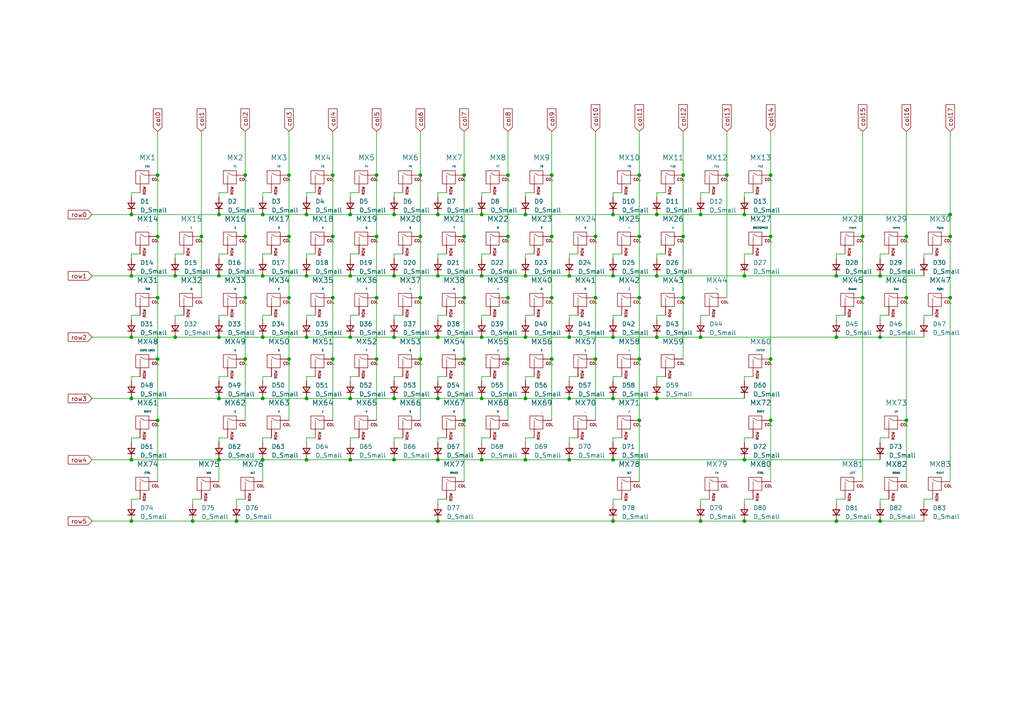
<source format=kicad_sch>
(kicad_sch (version 20250114) (generator "eeschema") (generator_version "9.0")
  (paper "A4")
  (junction (at 50.8 97.79))
  (junction (at 190.5 97.79))
  (junction (at 55.88 151.13))
  (junction (at 262.89 68.58))
  (junction (at 114.3 115.57))
  (junction (at 76.2 133.35))
  (junction (at 242.57 97.79))
  (junction (at 96.52 50.8))
  (junction (at 71.12 104.14))
  (junction (at 147.32 50.8))
  (junction (at 147.32 104.14))
  (junction (at 63.5 97.79))
  (junction (at 215.9 151.13))
  (junction (at 109.22 50.8))
  (junction (at 96.52 104.14))
  (junction (at 83.82 86.36))
  (junction (at 165.1 97.79))
  (junction (at 262.89 86.36))
  (junction (at 50.8 80.01))
  (junction (at 63.5 62.23))
  (junction (at 88.9 115.57))
  (junction (at 114.3 62.23))
  (junction (at 152.4 133.35))
  (junction (at 275.59 86.36))
  (junction (at 83.82 68.58))
  (junction (at 139.7 97.79))
  (junction (at 76.2 80.01))
  (junction (at 114.3 133.35))
  (junction (at 127 115.57))
  (junction (at 109.22 86.36))
  (junction (at 190.5 115.57))
  (junction (at 139.7 133.35))
  (junction (at 177.8 80.01))
  (junction (at 160.02 50.8))
  (junction (at 68.58 151.13))
  (junction (at 177.8 133.35))
  (junction (at 121.92 104.14))
  (junction (at 172.72 68.58))
  (junction (at 165.1 115.57))
  (junction (at 139.7 80.01))
  (junction (at 210.82 50.8))
  (junction (at 177.8 115.57))
  (junction (at 101.6 62.23))
  (junction (at 152.4 80.01))
  (junction (at 160.02 68.58))
  (junction (at 203.2 97.79))
  (junction (at 139.7 115.57))
  (junction (at 165.1 133.35))
  (junction (at 71.12 86.36))
  (junction (at 121.92 86.36))
  (junction (at 185.42 121.92))
  (junction (at 172.72 86.36))
  (junction (at 58.42 68.58))
  (junction (at 101.6 133.35))
  (junction (at 223.52 68.58))
  (junction (at 152.4 115.57))
  (junction (at 223.52 104.14))
  (junction (at 152.4 62.23))
  (junction (at 185.42 104.14))
  (junction (at 198.12 68.58))
  (junction (at 223.52 50.8))
  (junction (at 38.1 62.23))
  (junction (at 83.82 50.8))
  (junction (at 101.6 97.79))
  (junction (at 38.1 97.79))
  (junction (at 71.12 68.58))
  (junction (at 101.6 115.57))
  (junction (at 127 151.13))
  (junction (at 255.27 97.79))
  (junction (at 88.9 133.35))
  (junction (at 203.2 62.23))
  (junction (at 127 80.01))
  (junction (at 109.22 104.14))
  (junction (at 121.92 68.58))
  (junction (at 177.8 151.13))
  (junction (at 127 62.23))
  (junction (at 215.9 133.35))
  (junction (at 147.32 68.58))
  (junction (at 242.57 80.01))
  (junction (at 134.62 50.8))
  (junction (at 101.6 80.01))
  (junction (at 76.2 97.79))
  (junction (at 190.5 80.01))
  (junction (at 63.5 80.01))
  (junction (at 177.8 97.79))
  (junction (at 76.2 62.23))
  (junction (at 71.12 50.8))
  (junction (at 255.27 151.13))
  (junction (at 127 97.79))
  (junction (at 45.72 104.14))
  (junction (at 88.9 62.23))
  (junction (at 223.52 121.92))
  (junction (at 114.3 80.01))
  (junction (at 88.9 80.01))
  (junction (at 275.59 68.58))
  (junction (at 38.1 115.57))
  (junction (at 250.19 86.36))
  (junction (at 134.62 104.14))
  (junction (at 275.59 62.23))
  (junction (at 45.72 121.92))
  (junction (at 63.5 133.35))
  (junction (at 160.02 104.14))
  (junction (at 139.7 62.23))
  (junction (at 83.82 104.14))
  (junction (at 185.42 68.58))
  (junction (at 242.57 151.13))
  (junction (at 96.52 86.36))
  (junction (at 198.12 50.8))
  (junction (at 250.19 68.58))
  (junction (at 45.72 86.36))
  (junction (at 165.1 80.01))
  (junction (at 198.12 86.36))
  (junction (at 45.72 50.8))
  (junction (at 134.62 86.36))
  (junction (at 190.5 62.23))
  (junction (at 38.1 80.01))
  (junction (at 109.22 68.58))
  (junction (at 63.5 115.57))
  (junction (at 121.92 50.8))
  (junction (at 215.9 62.23))
  (junction (at 185.42 50.8))
  (junction (at 160.02 86.36))
  (junction (at 177.8 62.23))
  (junction (at 255.27 80.01))
  (junction (at 76.2 115.57))
  (junction (at 134.62 68.58))
  (junction (at 127 133.35))
  (junction (at 185.42 86.36))
  (junction (at 262.89 121.92))
  (junction (at 38.1 151.13))
  (junction (at 147.32 86.36))
  (junction (at 45.72 68.58))
  (junction (at 38.1 133.35))
  (junction (at 215.9 80.01))
  (junction (at 114.3 97.79))
  (junction (at 172.72 104.14))
  (junction (at 134.62 121.92))
  (junction (at 88.9 97.79))
  (junction (at 152.4 97.79))
  (junction (at 96.52 68.58))
  (junction (at 203.2 151.13))
  (wire (pts (xy 88.9 115.57) (xy 101.6 115.57)))
  (wire (pts (xy 139.7 73.66) (xy 142.24 73.66)))
  (wire (pts (xy 38.1 127) (xy 40.64 127)))
  (wire (pts (xy 45.72 68.58) (xy 45.72 86.36)))
  (wire (pts (xy 121.92 104.14) (xy 121.92 121.92)))
  (wire (pts (xy 83.82 86.36) (xy 83.82 104.14)))
  (wire (pts (xy 76.2 74.93) (xy 76.2 73.66)))
  (wire (pts (xy 26.67 97.79) (xy 38.1 97.79)))
  (wire (pts (xy 165.1 74.93) (xy 165.1 73.66)))
  (wire (pts (xy 223.52 50.8) (xy 223.52 68.58)))
  (wire (pts (xy 139.7 91.44) (xy 142.24 91.44)))
  (wire (pts (xy 139.7 127) (xy 142.24 127)))
  (wire (pts (xy 250.19 68.58) (xy 250.19 86.36)))
  (wire (pts (xy 203.2 92.71) (xy 203.2 91.44)))
  (wire (pts (xy 242.57 144.78) (xy 245.11 144.78)))
  (wire (pts (xy 101.6 55.88) (xy 104.14 55.88)))
  (wire (pts (xy 255.27 127) (xy 257.81 127)))
  (wire (pts (xy 101.6 92.71) (xy 101.6 91.44)))
  (wire (pts (xy 152.4 62.23) (xy 177.8 62.23)))
  (wire (pts (xy 242.57 73.66) (xy 245.11 73.66)))
  (wire (pts (xy 203.2 55.88) (xy 205.74 55.88)))
  (wire (pts (xy 127 92.71) (xy 127 91.44)))
  (wire (pts (xy 165.1 115.57) (xy 177.8 115.57)))
  (wire (pts (xy 96.52 50.8) (xy 96.52 68.58)))
  (wire (pts (xy 63.5 91.44) (xy 66.04 91.44)))
  (wire (pts (xy 267.97 146.05) (xy 267.97 144.78)))
  (wire (pts (xy 127 91.44) (xy 129.54 91.44)))
  (wire (pts (xy 134.62 104.14) (xy 134.62 121.92)))
  (wire (pts (xy 127 62.23) (xy 139.7 62.23)))
  (wire (pts (xy 127 128.27) (xy 127 127)))
  (wire (pts (xy 165.1 92.71) (xy 165.1 91.44)))
  (wire (pts (xy 215.9 144.78) (xy 218.44 144.78)))
  (wire (pts (xy 215.9 62.23) (xy 275.59 62.23)))
  (wire (pts (xy 172.72 68.58) (xy 172.72 86.36)))
  (wire (pts (xy 262.89 121.92) (xy 262.89 139.7)))
  (wire (pts (xy 83.82 38.1) (xy 83.82 50.8)))
  (wire (pts (xy 45.72 38.1) (xy 45.72 50.8)))
  (wire (pts (xy 203.2 57.15) (xy 203.2 55.88)))
  (wire (pts (xy 45.72 121.92) (xy 45.72 139.7)))
  (wire (pts (xy 101.6 128.27) (xy 101.6 127)))
  (wire (pts (xy 203.2 151.13) (xy 215.9 151.13)))
  (wire (pts (xy 203.2 62.23) (xy 215.9 62.23)))
  (wire (pts (xy 71.12 38.1) (xy 71.12 50.8)))
  (wire (pts (xy 139.7 97.79) (xy 152.4 97.79)))
  (wire (pts (xy 190.5 62.23) (xy 203.2 62.23)))
  (wire (pts (xy 76.2 133.35) (xy 76.2 139.7)))
  (wire (pts (xy 152.4 57.15) (xy 152.4 55.88)))
  (wire (pts (xy 255.27 80.01) (xy 267.97 80.01)))
  (wire (pts (xy 76.2 115.57) (xy 88.9 115.57)))
  (wire (pts (xy 101.6 62.23) (xy 114.3 62.23)))
  (wire (pts (xy 63.5 92.71) (xy 63.5 91.44)))
  (wire (pts (xy 38.1 115.57) (xy 63.5 115.57)))
  (wire (pts (xy 76.2 55.88) (xy 78.74 55.88)))
  (wire (pts (xy 63.5 110.49) (xy 63.5 109.22)))
  (wire (pts (xy 55.88 144.78) (xy 58.42 144.78)))
  (wire (pts (xy 38.1 128.27) (xy 38.1 127)))
  (wire (pts (xy 127 151.13) (xy 177.8 151.13)))
  (wire (pts (xy 177.8 55.88) (xy 180.34 55.88)))
  (wire (pts (xy 101.6 127) (xy 104.14 127)))
  (wire (pts (xy 215.9 55.88) (xy 218.44 55.88)))
  (wire (pts (xy 147.32 86.36) (xy 147.32 104.14)))
  (wire (pts (xy 114.3 115.57) (xy 127 115.57)))
  (wire (pts (xy 127 97.79) (xy 139.7 97.79)))
  (wire (pts (xy 139.7 128.27) (xy 139.7 127)))
  (wire (pts (xy 88.9 128.27) (xy 88.9 127)))
  (wire (pts (xy 255.27 151.13) (xy 267.97 151.13)))
  (wire (pts (xy 134.62 38.1) (xy 134.62 50.8)))
  (wire (pts (xy 215.9 109.22) (xy 218.44 109.22)))
  (wire (pts (xy 26.67 80.01) (xy 38.1 80.01)))
  (wire (pts (xy 114.3 80.01) (xy 127 80.01)))
  (wire (pts (xy 190.5 80.01) (xy 215.9 80.01)))
  (wire (pts (xy 38.1 144.78) (xy 40.64 144.78)))
  (wire (pts (xy 71.12 50.8) (xy 71.12 68.58)))
  (wire (pts (xy 242.57 97.79) (xy 255.27 97.79)))
  (wire (pts (xy 88.9 91.44) (xy 91.44 91.44)))
  (wire (pts (xy 223.52 68.58) (xy 223.52 104.14)))
  (wire (pts (xy 101.6 91.44) (xy 104.14 91.44)))
  (wire (pts (xy 267.97 74.93) (xy 267.97 73.66)))
  (wire (pts (xy 83.82 104.14) (xy 83.82 121.92)))
  (wire (pts (xy 63.5 133.35) (xy 76.2 133.35)))
  (wire (pts (xy 139.7 133.35) (xy 152.4 133.35)))
  (wire (pts (xy 63.5 73.66) (xy 66.04 73.66)))
  (wire (pts (xy 26.67 115.57) (xy 38.1 115.57)))
  (wire (pts (xy 38.1 80.01) (xy 50.8 80.01)))
  (wire (pts (xy 38.1 133.35) (xy 63.5 133.35)))
  (wire (pts (xy 203.2 144.78) (xy 205.74 144.78)))
  (wire (pts (xy 267.97 144.78) (xy 270.51 144.78)))
  (wire (pts (xy 76.2 133.35) (xy 88.9 133.35)))
  (wire (pts (xy 215.9 133.35) (xy 255.27 133.35)))
  (wire (pts (xy 38.1 97.79) (xy 50.8 97.79)))
  (wire (pts (xy 177.8 92.71) (xy 177.8 91.44)))
  (wire (pts (xy 160.02 86.36) (xy 160.02 104.14)))
  (wire (pts (xy 177.8 57.15) (xy 177.8 55.88)))
  (wire (pts (xy 165.1 80.01) (xy 177.8 80.01)))
  (wire (pts (xy 134.62 121.92) (xy 134.62 139.7)))
  (wire (pts (xy 114.3 109.22) (xy 116.84 109.22)))
  (wire (pts (xy 147.32 104.14) (xy 147.32 121.92)))
  (wire (pts (xy 152.4 92.71) (xy 152.4 91.44)))
  (wire (pts (xy 147.32 50.8) (xy 147.32 68.58)))
  (wire (pts (xy 114.3 74.93) (xy 114.3 73.66)))
  (wire (pts (xy 190.5 55.88) (xy 193.04 55.88)))
  (wire (pts (xy 50.8 74.93) (xy 50.8 73.66)))
  (wire (pts (xy 165.1 97.79) (xy 177.8 97.79)))
  (wire (pts (xy 38.1 73.66) (xy 40.64 73.66)))
  (wire (pts (xy 114.3 127) (xy 116.84 127)))
  (wire (pts (xy 68.58 144.78) (xy 71.12 144.78)))
  (wire (pts (xy 267.97 92.71) (xy 267.97 91.44)))
  (wire (pts (xy 45.72 104.14) (xy 45.72 121.92)))
  (wire (pts (xy 114.3 73.66) (xy 116.84 73.66)))
  (wire (pts (xy 185.42 50.8) (xy 185.42 68.58)))
  (wire (pts (xy 250.19 38.1) (xy 250.19 68.58)))
  (wire (pts (xy 185.42 86.36) (xy 185.42 104.14)))
  (wire (pts (xy 109.22 50.8) (xy 109.22 68.58)))
  (wire (pts (xy 215.9 73.66) (xy 218.44 73.66)))
  (wire (pts (xy 58.42 38.1) (xy 58.42 68.58)))
  (wire (pts (xy 101.6 97.79) (xy 114.3 97.79)))
  (wire (pts (xy 210.82 38.1) (xy 210.82 50.8)))
  (wire (pts (xy 38.1 109.22) (xy 40.64 109.22)))
  (wire (pts (xy 114.3 57.15) (xy 114.3 55.88)))
  (wire (pts (xy 165.1 110.49) (xy 165.1 109.22)))
  (wire (pts (xy 242.57 146.05) (xy 242.57 144.78)))
  (wire (pts (xy 152.4 80.01) (xy 165.1 80.01)))
  (wire (pts (xy 165.1 109.22) (xy 167.64 109.22)))
  (wire (pts (xy 76.2 109.22) (xy 78.74 109.22)))
  (wire (pts (xy 50.8 91.44) (xy 53.34 91.44)))
  (wire (pts (xy 152.4 97.79) (xy 165.1 97.79)))
  (wire (pts (xy 88.9 73.66) (xy 91.44 73.66)))
  (wire (pts (xy 190.5 115.57) (xy 215.9 115.57)))
  (wire (pts (xy 215.9 57.15) (xy 215.9 55.88)))
  (wire (pts (xy 121.92 68.58) (xy 121.92 86.36)))
  (wire (pts (xy 275.59 38.1) (xy 275.59 62.23)))
  (wire (pts (xy 88.9 57.15) (xy 88.9 55.88)))
  (wire (pts (xy 255.27 146.05) (xy 255.27 144.78)))
  (wire (pts (xy 76.2 73.66) (xy 78.74 73.66)))
  (wire (pts (xy 190.5 91.44) (xy 193.04 91.44)))
  (wire (pts (xy 38.1 91.44) (xy 40.64 91.44)))
  (wire (pts (xy 121.92 50.8) (xy 121.92 68.58)))
  (wire (pts (xy 101.6 57.15) (xy 101.6 55.88)))
  (wire (pts (xy 185.42 38.1) (xy 185.42 50.8)))
  (wire (pts (xy 172.72 86.36) (xy 172.72 104.14)))
  (wire (pts (xy 127 127) (xy 129.54 127)))
  (wire (pts (xy 38.1 57.15) (xy 38.1 55.88)))
  (wire (pts (xy 83.82 68.58) (xy 83.82 86.36)))
  (wire (pts (xy 255.27 91.44) (xy 257.81 91.44)))
  (wire (pts (xy 152.4 128.27) (xy 152.4 127)))
  (wire (pts (xy 177.8 91.44) (xy 180.34 91.44)))
  (wire (pts (xy 88.9 127) (xy 91.44 127)))
  (wire (pts (xy 88.9 55.88) (xy 91.44 55.88)))
  (wire (pts (xy 96.52 68.58) (xy 96.52 86.36)))
  (wire (pts (xy 63.5 97.79) (xy 76.2 97.79)))
  (wire (pts (xy 203.2 146.05) (xy 203.2 144.78)))
  (wire (pts (xy 185.42 68.58) (xy 185.42 86.36)))
  (wire (pts (xy 38.1 74.93) (xy 38.1 73.66)))
  (wire (pts (xy 134.62 68.58) (xy 134.62 86.36)))
  (wire (pts (xy 114.3 128.27) (xy 114.3 127)))
  (wire (pts (xy 45.72 86.36) (xy 45.72 104.14)))
  (wire (pts (xy 139.7 80.01) (xy 152.4 80.01)))
  (wire (pts (xy 114.3 62.23) (xy 127 62.23)))
  (wire (pts (xy 45.72 50.8) (xy 45.72 68.58)))
  (wire (pts (xy 101.6 74.93) (xy 101.6 73.66)))
  (wire (pts (xy 177.8 74.93) (xy 177.8 73.66)))
  (wire (pts (xy 242.57 74.93) (xy 242.57 73.66)))
  (wire (pts (xy 152.4 109.22) (xy 154.94 109.22)))
  (wire (pts (xy 210.82 50.8) (xy 210.82 86.36)))
  (wire (pts (xy 215.9 151.13) (xy 242.57 151.13)))
  (wire (pts (xy 190.5 97.79) (xy 203.2 97.79)))
  (wire (pts (xy 127 109.22) (xy 129.54 109.22)))
  (wire (pts (xy 71.12 68.58) (xy 71.12 86.36)))
  (wire (pts (xy 76.2 97.79) (xy 88.9 97.79)))
  (wire (pts (xy 139.7 62.23) (xy 152.4 62.23)))
  (wire (pts (xy 262.89 86.36) (xy 262.89 121.92)))
  (wire (pts (xy 127 146.05) (xy 127 144.78)))
  (wire (pts (xy 38.1 110.49) (xy 38.1 109.22)))
  (wire (pts (xy 223.52 121.92) (xy 223.52 139.7)))
  (wire (pts (xy 88.9 110.49) (xy 88.9 109.22)))
  (wire (pts (xy 215.9 110.49) (xy 215.9 109.22)))
  (wire (pts (xy 101.6 109.22) (xy 104.14 109.22)))
  (wire (pts (xy 198.12 38.1) (xy 198.12 50.8)))
  (wire (pts (xy 55.88 151.13) (xy 68.58 151.13)))
  (wire (pts (xy 127 110.49) (xy 127 109.22)))
  (wire (pts (xy 101.6 133.35) (xy 114.3 133.35)))
  (wire (pts (xy 63.5 62.23) (xy 76.2 62.23)))
  (wire (pts (xy 255.27 73.66) (xy 257.81 73.66)))
  (wire (pts (xy 26.67 133.35) (xy 38.1 133.35)))
  (wire (pts (xy 177.8 97.79) (xy 190.5 97.79)))
  (wire (pts (xy 267.97 73.66) (xy 270.51 73.66)))
  (wire (pts (xy 152.4 73.66) (xy 154.94 73.66)))
  (wire (pts (xy 165.1 91.44) (xy 167.64 91.44)))
  (wire (pts (xy 147.32 38.1) (xy 147.32 50.8)))
  (wire (pts (xy 242.57 92.71) (xy 242.57 91.44)))
  (wire (pts (xy 127 133.35) (xy 139.7 133.35)))
  (wire (pts (xy 147.32 68.58) (xy 147.32 86.36)))
  (wire (pts (xy 76.2 80.01) (xy 88.9 80.01)))
  (wire (pts (xy 223.52 104.14) (xy 223.52 121.92)))
  (wire (pts (xy 127 144.78) (xy 129.54 144.78)))
  (wire (pts (xy 109.22 68.58) (xy 109.22 86.36)))
  (wire (pts (xy 215.9 74.93) (xy 215.9 73.66)))
  (wire (pts (xy 88.9 92.71) (xy 88.9 91.44)))
  (wire (pts (xy 242.57 91.44) (xy 245.11 91.44)))
  (wire (pts (xy 63.5 115.57) (xy 76.2 115.57)))
  (wire (pts (xy 250.19 86.36) (xy 250.19 139.7)))
  (wire (pts (xy 101.6 73.66) (xy 104.14 73.66)))
  (wire (pts (xy 68.58 146.05) (xy 68.58 144.78)))
  (wire (pts (xy 165.1 128.27) (xy 165.1 127)))
  (wire (pts (xy 63.5 109.22) (xy 66.04 109.22)))
  (wire (pts (xy 177.8 144.78) (xy 180.34 144.78)))
  (wire (pts (xy 63.5 55.88) (xy 66.04 55.88)))
  (wire (pts (xy 185.42 121.92) (xy 185.42 139.7)))
  (wire (pts (xy 190.5 109.22) (xy 193.04 109.22)))
  (wire (pts (xy 50.8 92.71) (xy 50.8 91.44)))
  (wire (pts (xy 152.4 74.93) (xy 152.4 73.66)))
  (wire (pts (xy 139.7 92.71) (xy 139.7 91.44)))
  (wire (pts (xy 190.5 74.93) (xy 190.5 73.66)))
  (wire (pts (xy 63.5 139.7) (xy 63.5 133.35)))
  (wire (pts (xy 114.3 55.88) (xy 116.84 55.88)))
  (wire (pts (xy 88.9 109.22) (xy 91.44 109.22)))
  (wire (pts (xy 71.12 104.14) (xy 71.12 121.92)))
  (wire (pts (xy 139.7 109.22) (xy 142.24 109.22)))
  (wire (pts (xy 121.92 86.36) (xy 121.92 104.14)))
  (wire (pts (xy 139.7 55.88) (xy 142.24 55.88)))
  (wire (pts (xy 215.9 146.05) (xy 215.9 144.78)))
  (wire (pts (xy 50.8 73.66) (xy 53.34 73.66)))
  (wire (pts (xy 76.2 127) (xy 78.74 127)))
  (wire (pts (xy 215.9 80.01) (xy 242.57 80.01)))
  (wire (pts (xy 88.9 80.01) (xy 101.6 80.01)))
  (wire (pts (xy 96.52 38.1) (xy 96.52 50.8)))
  (wire (pts (xy 76.2 110.49) (xy 76.2 109.22)))
  (wire (pts (xy 152.4 115.57) (xy 165.1 115.57)))
  (wire (pts (xy 160.02 38.1) (xy 160.02 50.8)))
  (wire (pts (xy 109.22 86.36) (xy 109.22 104.14)))
  (wire (pts (xy 88.9 74.93) (xy 88.9 73.66)))
  (wire (pts (xy 262.89 68.58) (xy 262.89 86.36)))
  (wire (pts (xy 63.5 128.27) (xy 63.5 127)))
  (wire (pts (xy 172.72 38.1) (xy 172.72 68.58)))
  (wire (pts (xy 63.5 127) (xy 66.04 127)))
  (wire (pts (xy 255.27 92.71) (xy 255.27 91.44)))
  (wire (pts (xy 127 73.66) (xy 129.54 73.66)))
  (wire (pts (xy 275.59 62.23) (xy 275.59 68.58)))
  (wire (pts (xy 177.8 62.23) (xy 190.5 62.23)))
  (wire (pts (xy 127 55.88) (xy 129.54 55.88)))
  (wire (pts (xy 71.12 86.36) (xy 71.12 104.14)))
  (wire (pts (xy 76.2 62.23) (xy 88.9 62.23)))
  (wire (pts (xy 101.6 110.49) (xy 101.6 109.22)))
  (wire (pts (xy 101.6 115.57) (xy 114.3 115.57)))
  (wire (pts (xy 242.57 80.01) (xy 255.27 80.01)))
  (wire (pts (xy 267.97 91.44) (xy 270.51 91.44)))
  (wire (pts (xy 38.1 151.13) (xy 55.88 151.13)))
  (wire (pts (xy 114.3 133.35) (xy 127 133.35)))
  (wire (pts (xy 50.8 97.79) (xy 63.5 97.79)))
  (wire (pts (xy 198.12 86.36) (xy 198.12 104.14)))
  (wire (pts (xy 177.8 80.01) (xy 190.5 80.01)))
  (wire (pts (xy 177.8 115.57) (xy 190.5 115.57)))
  (wire (pts (xy 190.5 110.49) (xy 190.5 109.22)))
  (wire (pts (xy 275.59 68.58) (xy 275.59 86.36)))
  (wire (pts (xy 88.9 62.23) (xy 101.6 62.23)))
  (wire (pts (xy 177.8 73.66) (xy 180.34 73.66)))
  (wire (pts (xy 26.67 151.13) (xy 38.1 151.13)))
  (wire (pts (xy 152.4 127) (xy 154.94 127)))
  (wire (pts (xy 177.8 151.13) (xy 203.2 151.13)))
  (wire (pts (xy 127 74.93) (xy 127 73.66)))
  (wire (pts (xy 172.72 104.14) (xy 172.72 121.92)))
  (wire (pts (xy 50.8 80.01) (xy 63.5 80.01)))
  (wire (pts (xy 76.2 92.71) (xy 76.2 91.44)))
  (wire (pts (xy 76.2 57.15) (xy 76.2 55.88)))
  (wire (pts (xy 139.7 110.49) (xy 139.7 109.22)))
  (wire (pts (xy 190.5 73.66) (xy 193.04 73.66)))
  (wire (pts (xy 177.8 146.05) (xy 177.8 144.78)))
  (wire (pts (xy 109.22 104.14) (xy 109.22 121.92)))
  (wire (pts (xy 190.5 57.15) (xy 190.5 55.88)))
  (wire (pts (xy 242.57 151.13) (xy 255.27 151.13)))
  (wire (pts (xy 134.62 86.36) (xy 134.62 104.14)))
  (wire (pts (xy 55.88 146.05) (xy 55.88 144.78)))
  (wire (pts (xy 255.27 97.79) (xy 267.97 97.79)))
  (wire (pts (xy 190.5 92.71) (xy 190.5 91.44)))
  (wire (pts (xy 177.8 128.27) (xy 177.8 127)))
  (wire (pts (xy 165.1 127) (xy 167.64 127)))
  (wire (pts (xy 255.27 128.27) (xy 255.27 127)))
  (wire (pts (xy 160.02 50.8) (xy 160.02 68.58)))
  (wire (pts (xy 63.5 57.15) (xy 63.5 55.88)))
  (wire (pts (xy 134.62 50.8) (xy 134.62 68.58)))
  (wire (pts (xy 152.4 91.44) (xy 154.94 91.44)))
  (wire (pts (xy 198.12 50.8) (xy 198.12 68.58)))
  (wire (pts (xy 127 80.01) (xy 139.7 80.01)))
  (wire (pts (xy 38.1 55.88) (xy 40.64 55.88)))
  (wire (pts (xy 215.9 127) (xy 218.44 127)))
  (wire (pts (xy 68.58 151.13) (xy 127 151.13)))
  (wire (pts (xy 101.6 80.01) (xy 114.3 80.01)))
  (wire (pts (xy 76.2 128.27) (xy 76.2 127)))
  (wire (pts (xy 139.7 74.93) (xy 139.7 73.66)))
  (wire (pts (xy 262.89 38.1) (xy 262.89 68.58)))
  (wire (pts (xy 203.2 91.44) (xy 205.74 91.44)))
  (wire (pts (xy 255.27 144.78) (xy 257.81 144.78)))
  (wire (pts (xy 152.4 55.88) (xy 154.94 55.88)))
  (wire (pts (xy 215.9 128.27) (xy 215.9 127)))
  (wire (pts (xy 76.2 91.44) (xy 78.74 91.44)))
  (wire (pts (xy 38.1 92.71) (xy 38.1 91.44)))
  (wire (pts (xy 96.52 86.36) (xy 96.52 104.14)))
  (wire (pts (xy 203.2 97.79) (xy 242.57 97.79)))
  (wire (pts (xy 160.02 104.14) (xy 160.02 121.92)))
  (wire (pts (xy 198.12 68.58) (xy 198.12 86.36)))
  (wire (pts (xy 160.02 68.58) (xy 160.02 86.36)))
  (wire (pts (xy 26.67 62.23) (xy 38.1 62.23)))
  (wire (pts (xy 63.5 80.01) (xy 76.2 80.01)))
  (wire (pts (xy 114.3 92.71) (xy 114.3 91.44)))
  (wire (pts (xy 121.92 38.1) (xy 121.92 50.8)))
  (wire (pts (xy 83.82 50.8) (xy 83.82 68.58)))
  (wire (pts (xy 255.27 74.93) (xy 255.27 73.66)))
  (wire (pts (xy 38.1 146.05) (xy 38.1 144.78)))
  (wire (pts (xy 275.59 86.36) (xy 275.59 139.7)))
  (wire (pts (xy 114.3 91.44) (xy 116.84 91.44)))
  (wire (pts (xy 114.3 97.79) (xy 127 97.79)))
  (wire (pts (xy 185.42 104.14) (xy 185.42 121.92)))
  (wire (pts (xy 165.1 73.66) (xy 167.64 73.66)))
  (wire (pts (xy 165.1 133.35) (xy 177.8 133.35)))
  (wire (pts (xy 88.9 133.35) (xy 101.6 133.35)))
  (wire (pts (xy 152.4 110.49) (xy 152.4 109.22)))
  (wire (pts (xy 223.52 38.1) (xy 223.52 50.8)))
  (wire (pts (xy 152.4 133.35) (xy 165.1 133.35)))
  (wire (pts (xy 96.52 104.14) (xy 96.52 121.92)))
  (wire (pts (xy 114.3 110.49) (xy 114.3 109.22)))
  (wire (pts (xy 177.8 127) (xy 180.34 127)))
  (wire (pts (xy 58.42 68.58) (xy 58.42 86.36)))
  (wire (pts (xy 127 57.15) (xy 127 55.88)))
  (wire (pts (xy 63.5 74.93) (xy 63.5 73.66)))
  (wire (pts (xy 88.9 97.79) (xy 101.6 97.79)))
  (wire (pts (xy 177.8 109.22) (xy 180.34 109.22)))
  (wire (pts (xy 109.22 38.1) (xy 109.22 50.8)))
  (wire (pts (xy 38.1 62.23) (xy 63.5 62.23)))
  (wire (pts (xy 139.7 57.15) (xy 139.7 55.88)))
  (wire (pts (xy 177.8 133.35) (xy 215.9 133.35)))
  (wire (pts (xy 139.7 115.57) (xy 152.4 115.57)))
  (wire (pts (xy 127 115.57) (xy 139.7 115.57)))
  (wire (pts (xy 177.8 110.49) (xy 177.8 109.22)))
  (global_label "col14" (shape input) (at 223.52 38.1 90) (property "Intersheetrefs" "${INTERSHEET_REFS}" (effects (hide yes))))
  (global_label "col16" (shape input) (at 262.89 38.1 90) (property "Intersheetrefs" "${INTERSHEET_REFS}" (effects (hide yes))))
  (global_label "col1" (shape input) (at 58.42 38.1 90) (property "Intersheetrefs" "${INTERSHEET_REFS}" (effects (hide yes))))
  (global_label "col6" (shape input) (at 121.92 38.1 90) (property "Intersheetrefs" "${INTERSHEET_REFS}" (effects (hide yes))))
  (global_label "col15" (shape input) (at 250.19 38.1 90) (property "Intersheetrefs" "${INTERSHEET_REFS}" (effects (hide yes))))
  (global_label "row1" (shape input) (at 26.67 80.01 180) (property "Intersheetrefs" "${INTERSHEET_REFS}" (effects (hide yes))))
  (global_label "col13" (shape input) (at 210.82 38.1 90) (property "Intersheetrefs" "${INTERSHEET_REFS}" (effects (hide yes))))
  (global_label "col0" (shape input) (at 45.72 38.1 90) (property "Intersheetrefs" "${INTERSHEET_REFS}" (effects (hide yes))))
  (global_label "row5" (shape input) (at 26.67 151.13 180) (property "Intersheetrefs" "${INTERSHEET_REFS}" (effects (hide yes))))
  (global_label "col8" (shape input) (at 147.32 38.1 90) (property "Intersheetrefs" "${INTERSHEET_REFS}" (effects (hide yes))))
  (global_label "col12" (shape input) (at 198.12 38.1 90) (property "Intersheetrefs" "${INTERSHEET_REFS}" (effects (hide yes))))
  (global_label "col11" (shape input) (at 185.42 38.1 90) (property "Intersheetrefs" "${INTERSHEET_REFS}" (effects (hide yes))))
  (global_label "row0" (shape input) (at 26.67 62.23 180) (property "Intersheetrefs" "${INTERSHEET_REFS}" (effects (hide yes))))
  (global_label "col10" (shape input) (at 172.72 38.1 90) (property "Intersheetrefs" "${INTERSHEET_REFS}" (effects (hide yes))))
  (global_label "col5" (shape input) (at 109.22 38.1 90) (property "Intersheetrefs" "${INTERSHEET_REFS}" (effects (hide yes))))
  (global_label "row2" (shape input) (at 26.67 97.79 180) (property "Intersheetrefs" "${INTERSHEET_REFS}" (effects (hide yes))))
  (global_label "row4" (shape input) (at 26.67 133.35 180) (property "Intersheetrefs" "${INTERSHEET_REFS}" (effects (hide yes))))
  (global_label "col9" (shape input) (at 160.02 38.1 90) (property "Intersheetrefs" "${INTERSHEET_REFS}" (effects (hide yes))))
  (global_label "col17" (shape input) (at 275.59 38.1 90) (property "Intersheetrefs" "${INTERSHEET_REFS}" (effects (hide yes))))
  (global_label "col4" (shape input) (at 96.52 38.1 90) (property "Intersheetrefs" "${INTERSHEET_REFS}" (effects (hide yes))))
  (global_label "col3" (shape input) (at 83.82 38.1 90) (property "Intersheetrefs" "${INTERSHEET_REFS}" (effects (hide yes))))
  (global_label "col7" (shape input) (at 134.62 38.1 90) (property "Intersheetrefs" "${INTERSHEET_REFS}" (effects (hide yes))))
  (global_label "row3" (shape input) (at 26.67 115.57 180) (property "Intersheetrefs" "${INTERSHEET_REFS}" (effects (hide yes))))
  (global_label "col2" (shape input) (at 71.12 38.1 90) (property "Intersheetrefs" "${INTERSHEET_REFS}" (effects (hide yes))))
  (symbol (lib_id "Device:D_Small") (at 139.7 130.81 90) (unit 1)
    (property "Reference" "D68" (at 142.24 129.5399 90) (effects (justify right)))
    (property "Value" "D_Small" (at 142.24 132.0799 90) (effects (justify right)))
    (property "Footprint" "Diode_SMD:D_SOD-123" (effects (hide yes)))
    (property "Description" "Diode, small symbol" (effects (hide yes)))
    (property "Sim.Device" "D" (effects (hide yes)))
    (property "Sim.Pins" "1=K 2=A" (effects (hide yes)))
  )
  (symbol (lib_id "MX_Alps_Hybrid:MX-NoLED") (at 194.31 69.85 0) (unit 1)
    (property "Reference" "MX26" (at 195.2052 63.5 0) (effects (font (size 1.524 1.524))))
    (property "Value" "=" (at 195.2052 66.04 0) (effects (font (size 0.508 0.508))))
    (property "Footprint" "MX_Hotswap:MX-Hotswap-1U" (effects (hide yes)))
  )
  (symbol (lib_id "MX_Alps_Hybrid:MX-NoLED") (at 246.38 140.97 0) (unit 1)
    (property "Reference" "MX81" (at 247.2752 134.62 0) (effects (font (size 1.524 1.524))))
    (property "Value" "LEFT" (at 247.2752 137.16 0) (effects (font (size 0.508 0.508))))
    (property "Footprint" "MX_Hotswap:MX-Hotswap-1U" (effects (hide yes)))
  )
  (symbol (lib_id "MX_Alps_Hybrid:MX-NoLED") (at 130.81 87.63 0) (unit 1)
    (property "Reference" "MX38" (at 131.7052 81.28 0) (effects (font (size 1.524 1.524))))
    (property "Value" "U" (at 131.7052 83.82 0) (effects (font (size 0.508 0.508))))
    (property "Footprint" "MX_Hotswap:MX-Hotswap-1U" (effects (hide yes)))
  )
  (symbol (lib_id "MX_Alps_Hybrid:MX-NoLED") (at 194.31 105.41 0) (unit 1)
    (property "Reference" "MX59" (at 195.2052 99.06 0) (effects (font (size 1.524 1.524))))
    (property "Value" "'" (at 195.2052 101.6 0) (effects (font (size 0.508 0.508))))
    (property "Footprint" "MX_Hotswap:MX-Hotswap-1U" (effects (hide yes)))
  )
  (symbol (lib_id "MX_Alps_Hybrid:MX-NoLED") (at 271.78 69.85 0) (unit 1)
    (property "Reference" "MX30" (at 272.6752 63.5 0) (effects (font (size 1.524 1.524))))
    (property "Value" "PgUp" (at 272.6752 66.04 0) (effects (font (size 0.508 0.508))))
    (property "Footprint" "MX_Hotswap:MX-Hotswap-1U" (effects (hide yes)))
  )
  (symbol (lib_id "Device:D_Small") (at 127 77.47 90) (unit 1)
    (property "Reference" "D21" (at 129.54 76.1999 90) (effects (justify right)))
    (property "Value" "D_Small" (at 129.54 78.7399 90) (effects (justify right)))
    (property "Footprint" "Diode_SMD:D_SOD-123" (effects (hide yes)))
    (property "Description" "Diode, small symbol" (effects (hide yes)))
    (property "Sim.Device" "D" (effects (hide yes)))
    (property "Sim.Pins" "1=K 2=A" (effects (hide yes)))
  )
  (symbol (lib_id "Device:D_Small") (at 177.8 130.81 90) (unit 1)
    (property "Reference" "D71" (at 180.34 129.5399 90) (effects (justify right)))
    (property "Value" "D_Small" (at 180.34 132.0799 90) (effects (justify right)))
    (property "Footprint" "Diode_SMD:D_SOD-123" (effects (hide yes)))
    (property "Description" "Diode, small symbol" (effects (hide yes)))
    (property "Sim.Device" "D" (effects (hide yes)))
    (property "Sim.Pins" "1=K 2=A" (effects (hide yes)))
  )
  (symbol (lib_id "MX_Alps_Hybrid:MX-NoLED") (at 271.78 87.63 0) (unit 1)
    (property "Reference" "MX47" (at 272.6752 81.28 0) (effects (font (size 1.524 1.524))))
    (property "Value" "PgDn" (at 272.6752 83.82 0) (effects (font (size 0.508 0.508))))
    (property "Footprint" "MX_Hotswap:MX-Hotswap-1U" (effects (hide yes)))
  )
  (symbol (lib_id "MX_Alps_Hybrid:MX-NoLED") (at 246.38 69.85 0) (unit 1)
    (property "Reference" "MX28" (at 247.2752 63.5 0) (effects (font (size 1.524 1.524))))
    (property "Value" "Insert" (at 247.2752 66.04 0) (effects (font (size 0.508 0.508))))
    (property "Footprint" "MX_Hotswap:MX-Hotswap-1U" (effects (hide yes)))
  )
  (symbol (lib_id "MX_Alps_Hybrid:MX-NoLED") (at 105.41 87.63 0) (unit 1)
    (property "Reference" "MX36" (at 106.3052 81.28 0) (effects (font (size 1.524 1.524))))
    (property "Value" "T" (at 106.3052 83.82 0) (effects (font (size 0.508 0.508))))
    (property "Footprint" "MX_Hotswap:MX-Hotswap-1U" (effects (hide yes)))
  )
  (symbol (lib_id "MX_Alps_Hybrid:MX-NoLED") (at 67.31 52.07 0) (unit 1)
    (property "Reference" "MX2" (at 68.2052 45.72 0) (effects (font (size 1.524 1.524))))
    (property "Value" "F1" (at 68.2052 48.26 0) (effects (font (size 0.508 0.508))))
    (property "Footprint" "MX_Hotswap:MX-Hotswap-1U" (effects (hide yes)))
  )
  (symbol (lib_id "Device:D_Small") (at 101.6 59.69 90) (unit 1)
    (property "Reference" "D5" (at 104.14 58.4199 90) (effects (justify right)))
    (property "Value" "D_Small" (at 104.14 60.9599 90) (effects (justify right)))
    (property "Footprint" "Diode_SMD:D_SOD-123" (effects (hide yes)))
    (property "Description" "Diode, small symbol" (effects (hide yes)))
    (property "Sim.Device" "D" (effects (hide yes)))
    (property "Sim.Pins" "1=K 2=A" (effects (hide yes)))
  )
  (symbol (lib_id "Device:D_Small") (at 267.97 77.47 90) (unit 1)
    (property "Reference" "D30" (at 270.51 76.1999 90) (effects (justify right)))
    (property "Value" "D_Small" (at 270.51 78.7399 90) (effects (justify right)))
    (property "Footprint" "Diode_SMD:D_SOD-123" (effects (hide yes)))
    (property "Description" "Diode, small symbol" (effects (hide yes)))
    (property "Sim.Device" "D" (effects (hide yes)))
    (property "Sim.Pins" "1=K 2=A" (effects (hide yes)))
  )
  (symbol (lib_id "Device:D_Small") (at 63.5 130.81 90) (unit 1)
    (property "Reference" "D62" (at 66.04 129.5399 90) (effects (justify right)))
    (property "Value" "D_Small" (at 66.04 132.0799 90) (effects (justify right)))
    (property "Footprint" "Diode_SMD:D_SOD-123" (effects (hide yes)))
    (property "Description" "Diode, small symbol" (effects (hide yes)))
    (property "Sim.Device" "D" (effects (hide yes)))
    (property "Sim.Pins" "1=K 2=A" (effects (hide yes)))
  )
  (symbol (lib_id "Device:D_Small") (at 165.1 95.25 90) (unit 1)
    (property "Reference" "D41" (at 167.64 93.9799 90) (effects (justify right)))
    (property "Value" "D_Small" (at 167.64 96.5199 90) (effects (justify right)))
    (property "Footprint" "Diode_SMD:D_SOD-123" (effects (hide yes)))
    (property "Description" "Diode, small symbol" (effects (hide yes)))
    (property "Sim.Device" "D" (effects (hide yes)))
    (property "Sim.Pins" "1=K 2=A" (effects (hide yes)))
  )
  (symbol (lib_id "MX_Alps_Hybrid:MX-NoLED") (at 259.08 123.19 0) (unit 1)
    (property "Reference" "MX73" (at 259.9752 116.84 0) (effects (font (size 1.524 1.524))))
    (property "Value" "UP" (at 259.9752 119.38 0) (effects (font (size 0.508 0.508))))
    (property "Footprint" "MX_Hotswap:MX-Hotswap-1U" (effects (hide yes)))
  )
  (symbol (lib_id "MX_Alps_Hybrid:MX-NoLED") (at 259.08 69.85 0) (unit 1)
    (property "Reference" "MX29" (at 259.9752 63.5 0) (effects (font (size 1.524 1.524))))
    (property "Value" "Home" (at 259.9752 66.04 0) (effects (font (size 0.508 0.508))))
    (property "Footprint" "MX_Hotswap:MX-Hotswap-1U" (effects (hide yes)))
  )
  (symbol (lib_id "Device:D_Small") (at 152.4 77.47 90) (unit 1)
    (property "Reference" "D23" (at 154.94 76.1999 90) (effects (justify right)))
    (property "Value" "D_Small" (at 154.94 78.7399 90) (effects (justify right)))
    (property "Footprint" "Diode_SMD:D_SOD-123" (effects (hide yes)))
    (property "Description" "Diode, small symbol" (effects (hide yes)))
    (property "Sim.Device" "D" (effects (hide yes)))
    (property "Sim.Pins" "1=K 2=A" (effects (hide yes)))
  )
  (symbol (lib_id "Device:D_Small") (at 63.5 77.47 90) (unit 1)
    (property "Reference" "D16" (at 66.04 76.1999 90) (effects (justify right)))
    (property "Value" "D_Small" (at 66.04 78.7399 90) (effects (justify right)))
    (property "Footprint" "Diode_SMD:D_SOD-123" (effects (hide yes)))
    (property "Description" "Diode, small symbol" (effects (hide yes)))
    (property "Sim.Device" "D" (effects (hide yes)))
    (property "Sim.Pins" "1=K 2=A" (effects (hide yes)))
  )
  (symbol (lib_id "MX_Alps_Hybrid:MX-NoLED") (at 181.61 105.41 0) (unit 1)
    (property "Reference" "MX58" (at 182.5052 99.06 0) (effects (font (size 1.524 1.524))))
    (property "Value" ";" (at 182.5052 101.6 0) (effects (font (size 0.508 0.508))))
    (property "Footprint" "MX_Hotswap:MX-Hotswap-1U" (effects (hide yes)))
  )
  (symbol (lib_id "Device:D_Small") (at 242.57 148.59 90) (unit 1)
    (property "Reference" "D81" (at 245.11 147.3199 90) (effects (justify right)))
    (property "Value" "D_Small" (at 245.11 149.8599 90) (effects (justify right)))
    (property "Footprint" "Diode_SMD:D_SOD-123" (effects (hide yes)))
    (property "Description" "Diode, small symbol" (effects (hide yes)))
    (property "Sim.Device" "D" (effects (hide yes)))
    (property "Sim.Pins" "1=K 2=A" (effects (hide yes)))
  )
  (symbol (lib_id "MX_Alps_Hybrid:MX-NoLED") (at 246.38 87.63 0) (unit 1)
    (property "Reference" "MX45" (at 247.2752 81.28 0) (effects (font (size 1.524 1.524))))
    (property "Value" "Delete" (at 247.2752 83.82 0) (effects (font (size 0.508 0.508))))
    (property "Footprint" "MX_Hotswap:MX-Hotswap-1U" (effects (hide yes)))
  )
  (symbol (lib_id "Device:D_Small") (at 127 113.03 90) (unit 1)
    (property "Reference" "D54" (at 129.54 111.7599 90) (effects (justify right)))
    (property "Value" "D_Small" (at 129.54 114.2999 90) (effects (justify right)))
    (property "Footprint" "Diode_SMD:D_SOD-123" (effects (hide yes)))
    (property "Description" "Diode, small symbol" (effects (hide yes)))
    (property "Sim.Device" "D" (effects (hide yes)))
    (property "Sim.Pins" "1=K 2=A" (effects (hide yes)))
  )
  (symbol (lib_id "MX_Alps_Hybrid:MX-NoLED") (at 41.91 52.07 0) (unit 1)
    (property "Reference" "MX1" (at 42.8052 45.72 0) (effects (font (size 1.524 1.524))))
    (property "Value" "ESC" (at 42.8052 48.26 0) (effects (font (size 0.508 0.508))))
    (property "Footprint" "MX_Hotswap:MX-Hotswap-1U" (effects (hide yes)))
  )
  (symbol (lib_id "Device:D_Small") (at 203.2 148.59 90) (unit 1)
    (property "Reference" "D79" (at 205.74 147.3199 90) (effects (justify right)))
    (property "Value" "D_Small" (at 205.74 149.8599 90) (effects (justify right)))
    (property "Footprint" "Diode_SMD:D_SOD-123" (effects (hide yes)))
    (property "Description" "Diode, small symbol" (effects (hide yes)))
    (property "Sim.Device" "D" (effects (hide yes)))
    (property "Sim.Pins" "1=K 2=A" (effects (hide yes)))
  )
  (symbol (lib_id "MX_Alps_Hybrid:MX-NoLED") (at 80.01 105.41 0) (unit 1)
    (property "Reference" "MX50" (at 80.9052 99.06 0) (effects (font (size 1.524 1.524))))
    (property "Value" "S" (at 80.9052 101.6 0) (effects (font (size 0.508 0.508))))
    (property "Footprint" "MX_Hotswap:MX-Hotswap-1U" (effects (hide yes)))
  )
  (symbol (lib_id "MX_Alps_Hybrid:MX-NoLED") (at 118.11 123.19 0) (unit 1)
    (property "Reference" "MX66" (at 119.0052 116.84 0) (effects (font (size 1.524 1.524))))
    (property "Value" "B" (at 119.0052 119.38 0) (effects (font (size 0.508 0.508))))
    (property "Footprint" "MX_Hotswap:MX-Hotswap-1U" (effects (hide yes)))
  )
  (symbol (lib_id "MX_Alps_Hybrid:MX-NoLED") (at 105.41 123.19 0) (unit 1)
    (property "Reference" "MX65" (at 106.3052 116.84 0) (effects (font (size 1.524 1.524))))
    (property "Value" "V" (at 106.3052 119.38 0) (effects (font (size 0.508 0.508))))
    (property "Footprint" "MX_Hotswap:MX-Hotswap-1U" (effects (hide yes)))
  )
  (symbol (lib_id "Device:D_Small") (at 177.8 113.03 90) (unit 1)
    (property "Reference" "D58" (at 180.34 111.7599 90) (effects (justify right)))
    (property "Value" "D_Small" (at 180.34 114.2999 90) (effects (justify right)))
    (property "Footprint" "Diode_SMD:D_SOD-123" (effects (hide yes)))
    (property "Description" "Diode, small symbol" (effects (hide yes)))
    (property "Sim.Device" "D" (effects (hide yes)))
    (property "Sim.Pins" "1=K 2=A" (effects (hide yes)))
  )
  (symbol (lib_id "Device:D_Small") (at 127 130.81 90) (unit 1)
    (property "Reference" "D67" (at 129.54 129.5399 90) (effects (justify right)))
    (property "Value" "D_Small" (at 129.54 132.0799 90) (effects (justify right)))
    (property "Footprint" "Diode_SMD:D_SOD-123" (effects (hide yes)))
    (property "Description" "Diode, small symbol" (effects (hide yes)))
    (property "Sim.Device" "D" (effects (hide yes)))
    (property "Sim.Pins" "1=K 2=A" (effects (hide yes)))
  )
  (symbol (lib_id "Device:D_Small") (at 38.1 59.69 90) (unit 1)
    (property "Reference" "D1" (at 40.64 58.4199 90) (effects (justify right)))
    (property "Value" "D_Small" (at 40.64 60.9599 90) (effects (justify right)))
    (property "Footprint" "Diode_SMD:D_SOD-123" (effects (hide yes)))
    (property "Description" "Diode, small symbol" (effects (hide yes)))
    (property "Sim.Device" "D" (effects (hide yes)))
    (property "Sim.Pins" "1=K 2=A" (effects (hide yes)))
  )
  (symbol (lib_id "MX_Alps_Hybrid:MX-NoLED") (at 143.51 87.63 0) (unit 1)
    (property "Reference" "MX39" (at 144.4052 81.28 0) (effects (font (size 1.524 1.524))))
    (property "Value" "I" (at 144.4052 83.82 0) (effects (font (size 0.508 0.508))))
    (property "Footprint" "MX_Hotswap:MX-Hotswap-1U" (effects (hide yes)))
  )
  (symbol (lib_id "Device:D_Small") (at 63.5 95.25 90) (unit 1)
    (property "Reference" "D33" (at 66.04 93.9799 90) (effects (justify right)))
    (property "Value" "D_Small" (at 66.04 96.5199 90) (effects (justify right)))
    (property "Footprint" "Diode_SMD:D_SOD-123" (effects (hide yes)))
    (property "Description" "Diode, small symbol" (effects (hide yes)))
    (property "Sim.Device" "D" (effects (hide yes)))
    (property "Sim.Pins" "1=K 2=A" (effects (hide yes)))
  )
  (symbol (lib_id "MX_Alps_Hybrid:MX-NoLED") (at 67.31 87.63 0) (unit 1)
    (property "Reference" "MX33" (at 68.2052 81.28 0) (effects (font (size 1.524 1.524))))
    (property "Value" "W" (at 68.2052 83.82 0) (effects (font (size 0.508 0.508))))
    (property "Footprint" "MX_Hotswap:MX-Hotswap-1U" (effects (hide yes)))
  )
  (symbol (lib_id "MX_Alps_Hybrid:MX-NoLED") (at 118.11 105.41 0) (unit 1)
    (property "Reference" "MX53" (at 119.0052 99.06 0) (effects (font (size 1.524 1.524))))
    (property "Value" "G" (at 119.0052 101.6 0) (effects (font (size 0.508 0.508))))
    (property "Footprint" "MX_Hotswap:MX-Hotswap-1U" (effects (hide yes)))
  )
  (symbol (lib_id "MX_Alps_Hybrid:MX-NoLED") (at 207.01 140.97 0) (unit 1)
    (property "Reference" "MX79" (at 207.9052 134.62 0) (effects (font (size 1.524 1.524))))
    (property "Value" "FN" (at 207.9052 137.16 0) (effects (font (size 0.508 0.508))))
    (property "Footprint" "MX_Hotswap:MX-Hotswap-1U" (effects (hide yes)))
  )
  (symbol (lib_id "Device:D_Small") (at 177.8 95.25 90) (unit 1)
    (property "Reference" "D42" (at 180.34 93.9799 90) (effects (justify right)))
    (property "Value" "D_Small" (at 180.34 96.5199 90) (effects (justify right)))
    (property "Footprint" "Diode_SMD:D_SOD-123" (effects (hide yes)))
    (property "Description" "Diode, small symbol" (effects (hide yes)))
    (property "Sim.Device" "D" (effects (hide yes)))
    (property "Sim.Pins" "1=K 2=A" (effects (hide yes)))
  )
  (symbol (lib_id "Device:D_Small") (at 127 59.69 90) (unit 1)
    (property "Reference" "D7" (at 129.54 58.4199 90) (effects (justify right)))
    (property "Value" "D_Small" (at 129.54 60.9599 90) (effects (justify right)))
    (property "Footprint" "Diode_SMD:D_SOD-123" (effects (hide yes)))
    (property "Description" "Diode, small symbol" (effects (hide yes)))
    (property "Sim.Device" "D" (effects (hide yes)))
    (property "Sim.Pins" "1=K 2=A" (effects (hide yes)))
  )
  (symbol (lib_id "MX_Alps_Hybrid:MX-NoLED") (at 168.91 87.63 0) (unit 1)
    (property "Reference" "MX41" (at 169.8052 81.28 0) (effects (font (size 1.524 1.524))))
    (property "Value" "P" (at 169.8052 83.82 0) (effects (font (size 0.508 0.508))))
    (property "Footprint" "MX_Hotswap:MX-Hotswap-1U" (effects (hide yes)))
  )
  (symbol (lib_id "Device:D_Small") (at 215.9 130.81 90) (unit 1)
    (property "Reference" "D72" (at 218.44 129.5399 90) (effects (justify right)))
    (property "Value" "D_Small" (at 218.44 132.0799 90) (effects (justify right)))
    (property "Footprint" "Diode_SMD:D_SOD-123" (effects (hide yes)))
    (property "Description" "Diode, small symbol" (effects (hide yes)))
    (property "Sim.Device" "D" (effects (hide yes)))
    (property "Sim.Pins" "1=K 2=A" (effects (hide yes)))
  )
  (symbol (lib_id "MX_Alps_Hybrid:MX-NoLED") (at 80.01 69.85 0) (unit 1)
    (property "Reference" "MX17" (at 80.9052 63.5 0) (effects (font (size 1.524 1.524))))
    (property "Value" "3" (at 80.9052 66.04 0) (effects (font (size 0.508 0.508))))
    (property "Footprint" "MX_Hotswap:MX-Hotswap-1U" (effects (hide yes)))
  )
  (symbol (lib_id "MX_Alps_Hybrid:MX-NoLED") (at 194.31 52.07 0) (unit 1)
    (property "Reference" "MX11" (at 195.2052 45.72 0) (effects (font (size 1.524 1.524))))
    (property "Value" "F10" (at 195.2052 48.26 0) (effects (font (size 0.508 0.508))))
    (property "Footprint" "MX_Hotswap:MX-Hotswap-1U" (effects (hide yes)))
  )
  (symbol (lib_id "Device:D_Small") (at 139.7 77.47 90) (unit 1)
    (property "Reference" "D22" (at 142.24 76.1999 90) (effects (justify right)))
    (property "Value" "D_Small" (at 142.24 78.7399 90) (effects (justify right)))
    (property "Footprint" "Diode_SMD:D_SOD-123" (effects (hide yes)))
    (property "Description" "Diode, small symbol" (effects (hide yes)))
    (property "Sim.Device" "D" (effects (hide yes)))
    (property "Sim.Pins" "1=K 2=A" (effects (hide yes)))
  )
  (symbol (lib_id "Device:D_Small") (at 152.4 130.81 90) (unit 1)
    (property "Reference" "D69" (at 154.94 129.5399 90) (effects (justify right)))
    (property "Value" "D_Small" (at 154.94 132.0799 90) (effects (justify right)))
    (property "Footprint" "Diode_SMD:D_SOD-123" (effects (hide yes)))
    (property "Description" "Diode, small symbol" (effects (hide yes)))
    (property "Sim.Device" "D" (effects (hide yes)))
    (property "Sim.Pins" "1=K 2=A" (effects (hide yes)))
  )
  (symbol (lib_id "Device:D_Small") (at 242.57 77.47 90) (unit 1)
    (property "Reference" "D28" (at 245.11 76.1999 90) (effects (justify right)))
    (property "Value" "D_Small" (at 245.11 78.7399 90) (effects (justify right)))
    (property "Footprint" "Diode_SMD:D_SOD-123" (effects (hide yes)))
    (property "Description" "Diode, small symbol" (effects (hide yes)))
    (property "Sim.Device" "D" (effects (hide yes)))
    (property "Sim.Pins" "1=K 2=A" (effects (hide yes)))
  )
  (symbol (lib_id "MX_Alps_Hybrid:MX-NoLED") (at 105.41 69.85 0) (unit 1)
    (property "Reference" "MX19" (at 106.3052 63.5 0) (effects (font (size 1.524 1.524))))
    (property "Value" "5" (at 106.3052 66.04 0) (effects (font (size 0.508 0.508))))
    (property "Footprint" "MX_Hotswap:MX-Hotswap-1U" (effects (hide yes)))
  )
  (symbol (lib_id "Device:D_Small") (at 88.9 95.25 90) (unit 1)
    (property "Reference" "D35" (at 91.44 93.9799 90) (effects (justify right)))
    (property "Value" "D_Small" (at 91.44 96.5199 90) (effects (justify right)))
    (property "Footprint" "Diode_SMD:D_SOD-123" (effects (hide yes)))
    (property "Description" "Diode, small symbol" (effects (hide yes)))
    (property "Sim.Device" "D" (effects (hide yes)))
    (property "Sim.Pins" "1=K 2=A" (effects (hide yes)))
  )
  (symbol (lib_id "Device:D_Small") (at 177.8 77.47 90) (unit 1)
    (property "Reference" "D25" (at 180.34 76.1999 90) (effects (justify right)))
    (property "Value" "D_Small" (at 180.34 78.7399 90) (effects (justify right)))
    (property "Footprint" "Diode_SMD:D_SOD-123" (effects (hide yes)))
    (property "Description" "Diode, small symbol" (effects (hide yes)))
    (property "Sim.Device" "D" (effects (hide yes)))
    (property "Sim.Pins" "1=K 2=A" (effects (hide yes)))
  )
  (symbol (lib_id "MX_Alps_Hybrid:MX-NoLED") (at 118.11 69.85 0) (unit 1)
    (property "Reference" "MX20" (at 119.0052 63.5 0) (effects (font (size 1.524 1.524))))
    (property "Value" "6" (at 119.0052 66.04 0) (effects (font (size 0.508 0.508))))
    (property "Footprint" "MX_Hotswap:MX-Hotswap-1U" (effects (hide yes)))
  )
  (symbol (lib_id "MX_Alps_Hybrid:MX-NoLED") (at 259.08 87.63 0) (unit 1)
    (property "Reference" "MX46" (at 259.9752 81.28 0) (effects (font (size 1.524 1.524))))
    (property "Value" "End" (at 259.9752 83.82 0) (effects (font (size 0.508 0.508))))
    (property "Footprint" "MX_Hotswap:MX-Hotswap-1U" (effects (hide yes)))
  )
  (symbol (lib_id "MX_Alps_Hybrid:MX-NoLED") (at 92.71 87.63 0) (unit 1)
    (property "Reference" "MX35" (at 93.6052 81.28 0) (effects (font (size 1.524 1.524))))
    (property "Value" "R" (at 93.6052 83.82 0) (effects (font (size 0.508 0.508))))
    (property "Footprint" "MX_Hotswap:MX-Hotswap-1U" (effects (hide yes)))
  )
  (symbol (lib_id "Device:D_Small") (at 127 95.25 90) (unit 1)
    (property "Reference" "D38" (at 129.54 93.9799 90) (effects (justify right)))
    (property "Value" "D_Small" (at 129.54 96.5199 90) (effects (justify right)))
    (property "Footprint" "Diode_SMD:D_SOD-123" (effects (hide yes)))
    (property "Description" "Diode, small symbol" (effects (hide yes)))
    (property "Sim.Device" "D" (effects (hide yes)))
    (property "Sim.Pins" "1=K 2=A" (effects (hide yes)))
  )
  (symbol (lib_id "MX_Alps_Hybrid:MX-NoLED") (at 118.11 52.07 0) (unit 1)
    (property "Reference" "MX6" (at 119.0052 45.72 0) (effects (font (size 1.524 1.524))))
    (property "Value" "F5" (at 119.0052 48.26 0) (effects (font (size 0.508 0.508))))
    (property "Footprint" "MX_Hotswap:MX-Hotswap-1U" (effects (hide yes)))
  )
  (symbol (lib_id "MX_Alps_Hybrid:MX-NoLED") (at 41.91 123.19 0) (unit 1)
    (property "Reference" "MX61" (at 42.8052 116.84 0) (effects (font (size 1.524 1.524))))
    (property "Value" "SHIFT" (at 42.8052 119.38 0) (effects (font (size 0.508 0.508))))
    (property "Footprint" "MX_Hotswap:MX-Hotswap-2.25U" (effects (hide yes)))
  )
  (symbol (lib_id "Device:D_Small") (at 165.1 113.03 90) (unit 1)
    (property "Reference" "D57" (at 167.64 111.7599 90) (effects (justify right)))
    (property "Value" "D_Small" (at 167.64 114.2999 90) (effects (justify right)))
    (property "Footprint" "Diode_SMD:D_SOD-123" (effects (hide yes)))
    (property "Description" "Diode, small symbol" (effects (hide yes)))
    (property "Sim.Device" "D" (effects (hide yes)))
    (property "Sim.Pins" "1=K 2=A" (effects (hide yes)))
  )
  (symbol (lib_id "MX_Alps_Hybrid:MX-NoLED") (at 181.61 69.85 0) (unit 1)
    (property "Reference" "MX25" (at 182.5052 63.5 0) (effects (font (size 1.524 1.524))))
    (property "Value" "-" (at 182.5052 66.04 0) (effects (font (size 0.508 0.508))))
    (property "Footprint" "MX_Hotswap:MX-Hotswap-1U" (effects (hide yes)))
  )
  (symbol (lib_id "MX_Alps_Hybrid:MX-NoLED") (at 181.61 123.19 0) (unit 1)
    (property "Reference" "MX71" (at 182.5052 116.84 0) (effects (font (size 1.524 1.524))))
    (property "Value" "/" (at 182.5052 119.38 0) (effects (font (size 0.508 0.508))))
    (property "Footprint" "MX_Hotswap:MX-Hotswap-1U" (effects (hide yes)))
  )
  (symbol (lib_id "Device:D_Small") (at 88.9 113.03 90) (unit 1)
    (property "Reference" "D51" (at 91.44 111.7599 90) (effects (justify right)))
    (property "Value" "D_Small" (at 91.44 114.2999 90) (effects (justify right)))
    (property "Footprint" "Diode_SMD:D_SOD-123" (effects (hide yes)))
    (property "Description" "Diode, small symbol" (effects (hide yes)))
    (property "Sim.Device" "D" (effects (hide yes)))
    (property "Sim.Pins" "1=K 2=A" (effects (hide yes)))
  )
  (symbol (lib_id "Device:D_Small") (at 177.8 59.69 90) (unit 1)
    (property "Reference" "D10" (at 180.34 58.4199 90) (effects (justify right)))
    (property "Value" "D_Small" (at 180.34 60.9599 90) (effects (justify right)))
    (property "Footprint" "Diode_SMD:D_SOD-123" (effects (hide yes)))
    (property "Description" "Diode, small symbol" (effects (hide yes)))
    (property "Sim.Device" "D" (effects (hide yes)))
    (property "Sim.Pins" "1=K 2=A" (effects (hide yes)))
  )
  (symbol (lib_id "Device:D_Small") (at 114.3 59.69 90) (unit 1)
    (property "Reference" "D6" (at 116.84 58.4199 90) (effects (justify right)))
    (property "Value" "D_Small" (at 116.84 60.9599 90) (effects (justify right)))
    (property "Footprint" "Diode_SMD:D_SOD-123" (effects (hide yes)))
    (property "Description" "Diode, small symbol" (effects (hide yes)))
    (property "Sim.Device" "D" (effects (hide yes)))
    (property "Sim.Pins" "1=K 2=A" (effects (hide yes)))
  )
  (symbol (lib_id "Device:D_Small") (at 267.97 95.25 90) (unit 1)
    (property "Reference" "D47" (at 270.51 93.9799 90) (effects (justify right)))
    (property "Value" "D_Small" (at 270.51 96.5199 90) (effects (justify right)))
    (property "Footprint" "Diode_SMD:D_SOD-123" (effects (hide yes)))
    (property "Description" "Diode, small symbol" (effects (hide yes)))
    (property "Sim.Device" "D" (effects (hide yes)))
    (property "Sim.Pins" "1=K 2=A" (effects (hide yes)))
  )
  (symbol (lib_id "MX_Alps_Hybrid:MX-NoLED") (at 168.91 105.41 0) (unit 1)
    (property "Reference" "MX57" (at 169.8052 99.06 0) (effects (font (size 1.524 1.524))))
    (property "Value" "L" (at 169.8052 101.6 0) (effects (font (size 0.508 0.508))))
    (property "Footprint" "MX_Hotswap:MX-Hotswap-1U" (effects (hide yes)))
  )
  (symbol (lib_id "Device:D_Small") (at 139.7 95.25 90) (unit 1)
    (property "Reference" "D39" (at 142.24 93.9799 90) (effects (justify right)))
    (property "Value" "D_Small" (at 142.24 96.5199 90) (effects (justify right)))
    (property "Footprint" "Diode_SMD:D_SOD-123" (effects (hide yes)))
    (property "Description" "Diode, small symbol" (effects (hide yes)))
    (property "Sim.Device" "D" (effects (hide yes)))
    (property "Sim.Pins" "1=K 2=A" (effects (hide yes)))
  )
  (symbol (lib_id "Device:D_Small") (at 101.6 77.47 90) (unit 1)
    (property "Reference" "D19" (at 104.14 76.1999 90) (effects (justify right)))
    (property "Value" "D_Small" (at 104.14 78.7399 90) (effects (justify right)))
    (property "Footprint" "Diode_SMD:D_SOD-123" (effects (hide yes)))
    (property "Description" "Diode, small symbol" (effects (hide yes)))
    (property "Sim.Device" "D" (effects (hide yes)))
    (property "Sim.Pins" "1=K 2=A" (effects (hide yes)))
  )
  (symbol (lib_id "MX_Alps_Hybrid:MX-NoLED") (at 219.71 69.85 0) (unit 1)
    (property "Reference" "MX27" (at 220.6052 63.5 0) (effects (font (size 1.524 1.524))))
    (property "Value" "BACKSPACE" (at 220.6052 66.04 0) (effects (font (size 0.508 0.508))))
    (property "Footprint" "MX_Hotswap:MX-Hotswap-2U" (effects (hide yes)))
  )
  (symbol (lib_id "MX_Alps_Hybrid:MX-NoLED") (at 80.01 52.07 0) (unit 1)
    (property "Reference" "MX3" (at 80.9052 45.72 0) (effects (font (size 1.524 1.524))))
    (property "Value" "F2" (at 80.9052 48.26 0) (effects (font (size 0.508 0.508))))
    (property "Footprint" "MX_Hotswap:MX-Hotswap-1U" (effects (hide yes)))
  )
  (symbol (lib_id "MX_Alps_Hybrid:MX-NoLED") (at 105.41 52.07 0) (unit 1)
    (property "Reference" "MX5" (at 106.3052 45.72 0) (effects (font (size 1.524 1.524))))
    (property "Value" "F4" (at 106.3052 48.26 0) (effects (font (size 0.508 0.508))))
    (property "Footprint" "MX_Hotswap:MX-Hotswap-1U" (effects (hide yes)))
  )
  (symbol (lib_id "Device:D_Small") (at 50.8 77.47 90) (unit 1)
    (property "Reference" "D15" (at 53.34 76.1999 90) (effects (justify right)))
    (property "Value" "D_Small" (at 53.34 78.7399 90) (effects (justify right)))
    (property "Footprint" "Diode_SMD:D_SOD-123" (effects (hide yes)))
    (property "Description" "Diode, small symbol" (effects (hide yes)))
    (property "Sim.Device" "D" (effects (hide yes)))
    (property "Sim.Pins" "1=K 2=A" (effects (hide yes)))
  )
  (symbol (lib_id "Device:D_Small") (at 255.27 148.59 90) (unit 1)
    (property "Reference" "D82" (at 257.81 147.3199 90) (effects (justify right)))
    (property "Value" "D_Small" (at 257.81 149.8599 90) (effects (justify right)))
    (property "Footprint" "Diode_SMD:D_SOD-123" (effects (hide yes)))
    (property "Description" "Diode, small symbol" (effects (hide yes)))
    (property "Sim.Device" "D" (effects (hide yes)))
    (property "Sim.Pins" "1=K 2=A" (effects (hide yes)))
  )
  (symbol (lib_id "MX_Alps_Hybrid:MX-NoLED") (at 181.61 87.63 0) (unit 1)
    (property "Reference" "MX42" (at 182.5052 81.28 0) (effects (font (size 1.524 1.524))))
    (property "Value" "[" (at 182.5052 83.82 0) (effects (font (size 0.508 0.508))))
    (property "Footprint" "MX_Hotswap:MX-Hotswap-1U" (effects (hide yes)))
  )
  (symbol (lib_id "Device:D_Small") (at 114.3 113.03 90) (unit 1)
    (property "Reference" "D53" (at 116.84 111.7599 90) (effects (justify right)))
    (property "Value" "D_Small" (at 116.84 114.2999 90) (effects (justify right)))
    (property "Footprint" "Diode_SMD:D_SOD-123" (effects (hide yes)))
    (property "Description" "Diode, small symbol" (effects (hide yes)))
    (property "Sim.Device" "D" (effects (hide yes)))
    (property "Sim.Pins" "1=K 2=A" (effects (hide yes)))
  )
  (symbol (lib_id "Device:D_Small") (at 38.1 130.81 90) (unit 1)
    (property "Reference" "D61" (at 40.64 129.5399 90) (effects (justify right)))
    (property "Value" "D_Small" (at 40.64 132.0799 90) (effects (justify right)))
    (property "Footprint" "Diode_SMD:D_SOD-123" (effects (hide yes)))
    (property "Description" "Diode, small symbol" (effects (hide yes)))
    (property "Sim.Device" "D" (effects (hide yes)))
    (property "Sim.Pins" "1=K 2=A" (effects (hide yes)))
  )
  (symbol (lib_id "Device:D_Small") (at 101.6 130.81 90) (unit 1)
    (property "Reference" "D65" (at 104.14 129.5399 90) (effects (justify right)))
    (property "Value" "D_Small" (at 104.14 132.0799 90) (effects (justify right)))
    (property "Footprint" "Diode_SMD:D_SOD-123" (effects (hide yes)))
    (property "Description" "Diode, small symbol" (effects (hide yes)))
    (property "Sim.Device" "D" (effects (hide yes)))
    (property "Sim.Pins" "1=K 2=A" (effects (hide yes)))
  )
  (symbol (lib_id "MX_Alps_Hybrid:MX-NoLED") (at 41.91 87.63 0) (unit 1)
    (property "Reference" "MX31" (at 42.8052 81.28 0) (effects (font (size 1.524 1.524))))
    (property "Value" "TAB" (at 42.8052 83.82 0) (effects (font (size 0.508 0.508))))
    (property "Footprint" "MX_Hotswap:MX-Hotswap-1.5U" (effects (hide yes)))
  )
  (symbol (lib_id "Device:D_Small") (at 76.2 113.03 90) (unit 1)
    (property "Reference" "D50" (at 78.74 111.7599 90) (effects (justify right)))
    (property "Value" "D_Small" (at 78.74 114.2999 90) (effects (justify right)))
    (property "Footprint" "Diode_SMD:D_SOD-123" (effects (hide yes)))
    (property "Description" "Diode, small symbol" (effects (hide yes)))
    (property "Sim.Device" "D" (effects (hide yes)))
    (property "Sim.Pins" "1=K 2=A" (effects (hide yes)))
  )
  (symbol (lib_id "Device:D_Small") (at 190.5 95.25 90) (unit 1)
    (property "Reference" "D43" (at 193.04 93.9799 90) (effects (justify right)))
    (property "Value" "D_Small" (at 193.04 96.5199 90) (effects (justify right)))
    (property "Footprint" "Diode_SMD:D_SOD-123" (effects (hide yes)))
    (property "Description" "Diode, small symbol" (effects (hide yes)))
    (property "Sim.Device" "D" (effects (hide yes)))
    (property "Sim.Pins" "1=K 2=A" (effects (hide yes)))
  )
  (symbol (lib_id "Device:D_Small") (at 215.9 148.59 90) (unit 1)
    (property "Reference" "D80" (at 218.44 147.3199 90) (effects (justify right)))
    (property "Value" "D_Small" (at 218.44 149.8599 90) (effects (justify right)))
    (property "Footprint" "Diode_SMD:D_SOD-123" (effects (hide yes)))
    (property "Description" "Diode, small symbol" (effects (hide yes)))
    (property "Sim.Device" "D" (effects (hide yes)))
    (property "Sim.Pins" "1=K 2=A" (effects (hide yes)))
  )
  (symbol (lib_id "Device:D_Small") (at 63.5 113.03 90) (unit 1)
    (property "Reference" "D49" (at 66.04 111.7599 90) (effects (justify right)))
    (property "Value" "D_Small" (at 66.04 114.2999 90) (effects (justify right)))
    (property "Footprint" "Diode_SMD:D_SOD-123" (effects (hide yes)))
    (property "Description" "Diode, small symbol" (effects (hide yes)))
    (property "Sim.Device" "D" (effects (hide yes)))
    (property "Sim.Pins" "1=K 2=A" (effects (hide yes)))
  )
  (symbol (lib_id "MX_Alps_Hybrid:MX-NoLED") (at 41.91 105.41 0) (unit 1)
    (property "Reference" "MX48" (at 42.8052 99.06 0) (effects (font (size 1.524 1.524))))
    (property "Value" "CAPS LOCK" (at 42.8052 101.6 0) (effects (font (size 0.508 0.508))))
    (property "Footprint" "MX_Hotswap:MX-Hotswap-1.75U" (effects (hide yes)))
  )
  (symbol (lib_id "Device:D_Small") (at 114.3 95.25 90) (unit 1)
    (property "Reference" "D37" (at 116.84 93.9799 90) (effects (justify right)))
    (property "Value" "D_Small" (at 116.84 96.5199 90) (effects (justify right)))
    (property "Footprint" "Diode_SMD:D_SOD-123" (effects (hide yes)))
    (property "Description" "Diode, small symbol" (effects (hide yes)))
    (property "Sim.Device" "D" (effects (hide yes)))
    (property "Sim.Pins" "1=K 2=A" (effects (hide yes)))
  )
  (symbol (lib_id "Device:D_Small") (at 68.58 148.59 90) (unit 1)
    (property "Reference" "D76" (at 71.12 147.3199 90) (effects (justify right)))
    (property "Value" "D_Small" (at 71.12 149.8599 90) (effects (justify right)))
    (property "Footprint" "Diode_SMD:D_SOD-123" (effects (hide yes)))
    (property "Description" "Diode, small symbol" (effects (hide yes)))
    (property "Sim.Device" "D" (effects (hide yes)))
    (property "Sim.Pins" "1=K 2=A" (effects (hide yes)))
  )
  (symbol (lib_id "MX_Alps_Hybrid:MX-NoLED") (at 67.31 123.19 0) (unit 1)
    (property "Reference" "MX62" (at 68.2052 116.84 0) (effects (font (size 1.524 1.524))))
    (property "Value" "Z" (at 68.2052 119.38 0) (effects (font (size 0.508 0.508))))
    (property "Footprint" "MX_Hotswap:MX-Hotswap-1U" (effects (hide yes)))
  )
  (symbol (lib_id "MX_Alps_Hybrid:MX-NoLED") (at 143.51 105.41 0) (unit 1)
    (property "Reference" "MX55" (at 144.4052 99.06 0) (effects (font (size 1.524 1.524))))
    (property "Value" "J" (at 144.4052 101.6 0) (effects (font (size 0.508 0.508))))
    (property "Footprint" "MX_Hotswap:MX-Hotswap-1U" (effects (hide yes)))
  )
  (symbol (lib_id "Device:D_Small") (at 190.5 77.47 90) (unit 1)
    (property "Reference" "D26" (at 193.04 76.1999 90) (effects (justify right)))
    (property "Value" "D_Small" (at 193.04 78.7399 90) (effects (justify right)))
    (property "Footprint" "Diode_SMD:D_SOD-123" (effects (hide yes)))
    (property "Description" "Diode, small symbol" (effects (hide yes)))
    (property "Sim.Device" "D" (effects (hide yes)))
    (property "Sim.Pins" "1=K 2=A" (effects (hide yes)))
  )
  (symbol (lib_id "Device:D_Small") (at 190.5 59.69 90) (unit 1)
    (property "Reference" "D11" (at 193.04 58.4199 90) (effects (justify right)))
    (property "Value" "D_Small" (at 193.04 60.9599 90) (effects (justify right)))
    (property "Footprint" "Diode_SMD:D_SOD-123" (effects (hide yes)))
    (property "Description" "Diode, small symbol" (effects (hide yes)))
    (property "Sim.Device" "D" (effects (hide yes)))
    (property "Sim.Pins" "1=K 2=A" (effects (hide yes)))
  )
  (symbol (lib_id "Device:D_Small") (at 203.2 59.69 90) (unit 1)
    (property "Reference" "D12" (at 205.74 58.4199 90) (effects (justify right)))
    (property "Value" "D_Small" (at 205.74 60.9599 90) (effects (justify right)))
    (property "Footprint" "Diode_SMD:D_SOD-123" (effects (hide yes)))
    (property "Description" "Diode, small symbol" (effects (hide yes)))
    (property "Sim.Device" "D" (effects (hide yes)))
    (property "Sim.Pins" "1=K 2=A" (effects (hide yes)))
  )
  (symbol (lib_id "Device:D_Small") (at 101.6 95.25 90) (unit 1)
    (property "Reference" "D36" (at 104.14 93.9799 90) (effects (justify right)))
    (property "Value" "D_Small" (at 104.14 96.5199 90) (effects (justify right)))
    (property "Footprint" "Diode_SMD:D_SOD-123" (effects (hide yes)))
    (property "Description" "Diode, small symbol" (effects (hide yes)))
    (property "Sim.Device" "D" (effects (hide yes)))
    (property "Sim.Pins" "1=K 2=A" (effects (hide yes)))
  )
  (symbol (lib_id "Device:D_Small") (at 255.27 130.81 90) (unit 1)
    (property "Reference" "D73" (at 257.81 129.5399 90) (effects (justify right)))
    (property "Value" "D_Small" (at 257.81 132.0799 90) (effects (justify right)))
    (property "Footprint" "Diode_SMD:D_SOD-123" (effects (hide yes)))
    (property "Description" "Diode, small symbol" (effects (hide yes)))
    (property "Sim.Device" "D" (effects (hide yes)))
    (property "Sim.Pins" "1=K 2=A" (effects (hide yes)))
  )
  (symbol (lib_id "Device:D_Small") (at 38.1 113.03 90) (unit 1)
    (property "Reference" "D48" (at 40.64 111.7599 90) (effects (justify right)))
    (property "Value" "D_Small" (at 40.64 114.2999 90) (effects (justify right)))
    (property "Footprint" "Diode_SMD:D_SOD-123" (effects (hide yes)))
    (property "Description" "Diode, small symbol" (effects (hide yes)))
    (property "Sim.Device" "D" (effects (hide yes)))
    (property "Sim.Pins" "1=K 2=A" (effects (hide yes)))
  )
  (symbol (lib_id "Device:D_Small") (at 88.9 130.81 90) (unit 1)
    (property "Reference" "D64" (at 91.44 129.5399 90) (effects (justify right)))
    (property "Value" "D_Small" (at 91.44 132.0799 90) (effects (justify right)))
    (property "Footprint" "Diode_SMD:D_SOD-123" (effects (hide yes)))
    (property "Description" "Diode, small symbol" (effects (hide yes)))
    (property "Sim.Device" "D" (effects (hide yes)))
    (property "Sim.Pins" "1=K 2=A" (effects (hide yes)))
  )
  (symbol (lib_id "Device:D_Small") (at 255.27 77.47 90) (unit 1)
    (property "Reference" "D29" (at 257.81 76.1999 90) (effects (justify right)))
    (property "Value" "D_Small" (at 257.81 78.7399 90) (effects (justify right)))
    (property "Footprint" "Diode_SMD:D_SOD-123" (effects (hide yes)))
    (property "Description" "Diode, small symbol" (effects (hide yes)))
    (property "Sim.Device" "D" (effects (hide yes)))
    (property "Sim.Pins" "1=K 2=A" (effects (hide yes)))
  )
  (symbol (lib_id "Device:D_Small") (at 165.1 130.81 90) (unit 1)
    (property "Reference" "D70" (at 167.64 129.5399 90) (effects (justify right)))
    (property "Value" "D_Small" (at 167.64 132.0799 90) (effects (justify right)))
    (property "Footprint" "Diode_SMD:D_SOD-123" (effects (hide yes)))
    (property "Description" "Diode, small symbol" (effects (hide yes)))
    (property "Sim.Device" "D" (effects (hide yes)))
    (property "Sim.Pins" "1=K 2=A" (effects (hide yes)))
  )
  (symbol (lib_id "MX_Alps_Hybrid:MX-NoLED") (at 156.21 52.07 0) (unit 1)
    (property "Reference" "MX9" (at 157.1052 45.72 0) (effects (font (size 1.524 1.524))))
    (property "Value" "F8" (at 157.1052 48.26 0) (effects (font (size 0.508 0.508))))
    (property "Footprint" "MX_Hotswap:MX-Hotswap-1U" (effects (hide yes)))
  )
  (symbol (lib_id "Device:D_Small") (at 114.3 77.47 90) (unit 1)
    (property "Reference" "D20" (at 116.84 76.1999 90) (effects (justify right)))
    (property "Value" "D_Small" (at 116.84 78.7399 90) (effects (justify right)))
    (property "Footprint" "Diode_SMD:D_SOD-123" (effects (hide yes)))
    (property "Description" "Diode, small symbol" (effects (hide yes)))
    (property "Sim.Device" "D" (effects (hide yes)))
    (property "Sim.Pins" "1=K 2=A" (effects (hide yes)))
  )
  (symbol (lib_id "MX_Alps_Hybrid:MX-NoLED") (at 130.81 105.41 0) (unit 1)
    (property "Reference" "MX54" (at 131.7052 99.06 0) (effects (font (size 1.524 1.524))))
    (property "Value" "H" (at 131.7052 101.6 0) (effects (font (size 0.508 0.508))))
    (property "Footprint" "MX_Hotswap:MX-Hotswap-1U" (effects (hide yes)))
  )
  (symbol (lib_id "MX_Alps_Hybrid:MX-NoLED") (at 156.21 105.41 0) (unit 1)
    (property "Reference" "MX56" (at 157.1052 99.06 0) (effects (font (size 1.524 1.524))))
    (property "Value" "K" (at 157.1052 101.6 0) (effects (font (size 0.508 0.508))))
    (property "Footprint" "MX_Hotswap:MX-Hotswap-1U" (effects (hide yes)))
  )
  (symbol (lib_id "MX_Alps_Hybrid:MX-NoLED") (at 168.91 69.85 0) (unit 1)
    (property "Reference" "MX24" (at 169.8052 63.5 0) (effects (font (size 1.524 1.524))))
    (property "Value" "0" (at 169.8052 66.04 0) (effects (font (size 0.508 0.508))))
    (property "Footprint" "MX_Hotswap:MX-Hotswap-1U" (effects (hide yes)))
  )
  (symbol (lib_id "MX_Alps_Hybrid:MX-NoLED") (at 194.31 87.63 0) (unit 1)
    (property "Reference" "MX43" (at 195.2052 81.28 0) (effects (font (size 1.524 1.524))))
    (property "Value" "]" (at 195.2052 83.82 0) (effects (font (size 0.508 0.508))))
    (property "Footprint" "MX_Hotswap:MX-Hotswap-1U" (effects (hide yes)))
  )
  (symbol (lib_id "MX_Alps_Hybrid:MX-NoLED") (at 156.21 69.85 0) (unit 1)
    (property "Reference" "MX23" (at 157.1052 63.5 0) (effects (font (size 1.524 1.524))))
    (property "Value" "9" (at 157.1052 66.04 0) (effects (font (size 0.508 0.508))))
    (property "Footprint" "MX_Hotswap:MX-Hotswap-1U" (effects (hide yes)))
  )
  (symbol (lib_id "MX_Alps_Hybrid:MX-NoLED") (at 181.61 140.97 0) (unit 1)
    (property "Reference" "MX78" (at 182.5052 134.62 0) (effects (font (size 1.524 1.524))))
    (property "Value" "ALT" (at 182.5052 137.16 0) (effects (font (size 0.508 0.508))))
    (property "Footprint" "MX_Hotswap:MX-Hotswap-1.5U" (effects (hide yes)))
  )
  (symbol (lib_id "Device:D_Small") (at 76.2 130.81 90) (unit 1)
    (property "Reference" "D63" (at 78.74 129.5399 90) (effects (justify right)))
    (property "Value" "D_Small" (at 78.74 132.0799 90) (effects (justify right)))
    (property "Footprint" "Diode_SMD:D_SOD-123" (effects (hide yes)))
    (property "Description" "Diode, small symbol" (effects (hide yes)))
    (property "Sim.Device" "D" (effects (hide yes)))
    (property "Sim.Pins" "1=K 2=A" (effects (hide yes)))
  )
  (symbol (lib_id "MX_Alps_Hybrid:MX-NoLED") (at 219.71 52.07 0) (unit 1)
    (property "Reference" "MX13" (at 220.6052 45.72 0) (effects (font (size 1.524 1.524))))
    (property "Value" "F12" (at 220.6052 48.26 0) (effects (font (size 0.508 0.508))))
    (property "Footprint" "MX_Hotswap:MX-Hotswap-1U" (effects (hide yes)))
  )
  (symbol (lib_id "MX_Alps_Hybrid:MX-NoLED") (at 67.31 69.85 0) (unit 1)
    (property "Reference" "MX16" (at 68.2052 63.5 0) (effects (font (size 1.524 1.524))))
    (property "Value" "2" (at 68.2052 66.04 0) (effects (font (size 0.508 0.508))))
    (property "Footprint" "MX_Hotswap:MX-Hotswap-1U" (effects (hide yes)))
  )
  (symbol (lib_id "MX_Alps_Hybrid:MX-NoLED") (at 168.91 123.19 0) (unit 1)
    (property "Reference" "MX70" (at 169.8052 116.84 0) (effects (font (size 1.524 1.524))))
    (property "Value" "." (at 169.8052 119.38 0) (effects (font (size 0.508 0.508))))
    (property "Footprint" "MX_Hotswap:MX-Hotswap-1U" (effects (hide yes)))
  )
  (symbol (lib_id "MX_Alps_Hybrid:MX-NoLED") (at 219.71 123.19 0) (unit 1)
    (property "Reference" "MX72" (at 220.6052 116.84 0) (effects (font (size 1.524 1.524))))
    (property "Value" "SHIFT" (at 220.6052 119.38 0) (effects (font (size 0.508 0.508))))
    (property "Footprint" "MX_Hotswap:MX-Hotswap-2.75U" (effects (hide yes)))
  )
  (symbol (lib_id "Device:D_Small") (at 76.2 95.25 90) (unit 1)
    (property "Reference" "D34" (at 78.74 93.9799 90) (effects (justify right)))
    (property "Value" "D_Small" (at 78.74 96.5199 90) (effects (justify right)))
    (property "Footprint" "Diode_SMD:D_SOD-123" (effects (hide yes)))
    (property "Description" "Diode, small symbol" (effects (hide yes)))
    (property "Sim.Device" "D" (effects (hide yes)))
    (property "Sim.Pins" "1=K 2=A" (effects (hide yes)))
  )
  (symbol (lib_id "MX_Alps_Hybrid:MX-NoLED") (at 207.01 87.63 0) (unit 1)
    (property "Reference" "MX44" (at 207.9052 81.28 0) (effects (font (size 1.524 1.524))))
    (property "Value" "\\" (at 207.9052 83.82 0) (effects (font (size 0.508 0.508))))
    (property "Footprint" "MX_Hotswap:MX-Hotswap-1.5U" (effects (hide yes)))
  )
  (symbol (lib_id "Device:D_Small") (at 152.4 113.03 90) (unit 1)
    (property "Reference" "D56" (at 154.94 111.7599 90) (effects (justify right)))
    (property "Value" "D_Small" (at 154.94 114.2999 90) (effects (justify right)))
    (property "Footprint" "Diode_SMD:D_SOD-123" (effects (hide yes)))
    (property "Description" "Diode, small symbol" (effects (hide yes)))
    (property "Sim.Device" "D" (effects (hide yes)))
    (property "Sim.Pins" "1=K 2=A" (effects (hide yes)))
  )
  (symbol (lib_id "MX_Alps_Hybrid:MX-NoLED") (at 156.21 87.63 0) (unit 1)
    (property "Reference" "MX40" (at 157.1052 81.28 0) (effects (font (size 1.524 1.524))))
    (property "Value" "O" (at 157.1052 83.82 0) (effects (font (size 0.508 0.508))))
    (property "Footprint" "MX_Hotswap:MX-Hotswap-1U" (effects (hide yes)))
  )
  (symbol (lib_id "MX_Alps_Hybrid:MX-NoLED") (at 54.61 87.63 0) (unit 1)
    (property "Reference" "MX32" (at 55.5052 81.28 0) (effects (font (size 1.524 1.524))))
    (property "Value" "Q" (at 55.5052 83.82 0) (effects (font (size 0.508 0.508))))
    (property "Footprint" "MX_Hotswap:MX-Hotswap-1U" (effects (hide yes)))
  )
  (symbol (lib_id "MX_Alps_Hybrid:MX-NoLED") (at 67.31 105.41 0) (unit 1)
    (property "Reference" "MX49" (at 68.2052 99.06 0) (effects (font (size 1.524 1.524))))
    (property "Value" "A" (at 68.2052 101.6 0) (effects (font (size 0.508 0.508))))
    (property "Footprint" "MX_Hotswap:MX-Hotswap-1U" (effects (hide yes)))
  )
  (symbol (lib_id "Device:D_Small") (at 38.1 148.59 90) (unit 1)
    (property "Reference" "D74" (at 40.64 147.3199 90) (effects (justify right)))
    (property "Value" "D_Small" (at 40.64 149.8599 90) (effects (justify right)))
    (property "Footprint" "Diode_SMD:D_SOD-123" (effects (hide yes)))
    (property "Description" "Diode, small symbol" (effects (hide yes)))
    (property "Sim.Device" "D" (effects (hide yes)))
    (property "Sim.Pins" "1=K 2=A" (effects (hide yes)))
  )
  (symbol (lib_id "MX_Alps_Hybrid:MX-NoLED") (at 143.51 52.07 0) (unit 1)
    (property "Reference" "MX8" (at 144.4052 45.72 0) (effects (font (size 1.524 1.524))))
    (property "Value" "F7" (at 144.4052 48.26 0) (effects (font (size 0.508 0.508))))
    (property "Footprint" "MX_Hotswap:MX-Hotswap-1U" (effects (hide yes)))
  )
  (symbol (lib_id "MX_Alps_Hybrid:MX-NoLED") (at 59.69 140.97 0) (unit 1)
    (property "Reference" "MX75" (at 60.5852 134.62 0) (effects (font (size 1.524 1.524))))
    (property "Value" "WIN" (at 60.5852 137.16 0) (effects (font (size 0.508 0.508))))
    (property "Footprint" "MX_Hotswap:MX-Hotswap-1U" (effects (hide yes)))
  )
  (symbol (lib_id "Device:D_Small") (at 127 148.59 90) (unit 1)
    (property "Reference" "D77" (at 129.54 147.3199 90) (effects (justify right)))
    (property "Value" "D_Small" (at 129.54 149.8599 90) (effects (justify right)))
    (property "Footprint" "Diode_SMD:D_SOD-123" (effects (hide yes)))
    (property "Description" "Diode, small symbol" (effects (hide yes)))
    (property "Sim.Device" "D" (effects (hide yes)))
    (property "Sim.Pins" "1=K 2=A" (effects (hide yes)))
  )
  (symbol (lib_id "MX_Alps_Hybrid:MX-NoLED") (at 219.71 140.97 0) (unit 1)
    (property "Reference" "MX80" (at 220.6052 134.62 0) (effects (font (size 1.524 1.524))))
    (property "Value" "CTRL" (at 220.6052 137.16 0) (effects (font (size 0.508 0.508))))
    (property "Footprint" "MX_Hotswap:MX-Hotswap-1.5U" (effects (hide yes)))
  )
  (symbol (lib_id "Device:D_Small") (at 76.2 59.69 90) (unit 1)
    (property "Reference" "D3" (at 78.74 58.4199 90) (effects (justify right)))
    (property "Value" "D_Small" (at 78.74 60.9599 90) (effects (justify right)))
    (property "Footprint" "Diode_SMD:D_SOD-123" (effects (hide yes)))
    (property "Description" "Diode, small symbol" (effects (hide yes)))
    (property "Sim.Device" "D" (effects (hide yes)))
    (property "Sim.Pins" "1=K 2=A" (effects (hide yes)))
  )
  (symbol (lib_id "Device:D_Small") (at 203.2 95.25 90) (unit 1)
    (property "Reference" "D44" (at 205.74 93.9799 90) (effects (justify right)))
    (property "Value" "D_Small" (at 205.74 96.5199 90) (effects (justify right)))
    (property "Footprint" "Diode_SMD:D_SOD-123" (effects (hide yes)))
    (property "Description" "Diode, small symbol" (effects (hide yes)))
    (property "Sim.Device" "D" (effects (hide yes)))
    (property "Sim.Pins" "1=K 2=A" (effects (hide yes)))
  )
  (symbol (lib_id "Device:D_Small") (at 215.9 113.03 90) (unit 1)
    (property "Reference" "D60" (at 218.44 111.7599 90) (effects (justify right)))
    (property "Value" "D_Small" (at 218.44 114.2999 90) (effects (justify right)))
    (property "Footprint" "Diode_SMD:D_SOD-123" (effects (hide yes)))
    (property "Description" "Diode, small symbol" (effects (hide yes)))
    (property "Sim.Device" "D" (effects (hide yes)))
    (property "Sim.Pins" "1=K 2=A" (effects (hide yes)))
  )
  (symbol (lib_id "Device:D_Small") (at 38.1 77.47 90) (unit 1)
    (property "Reference" "D14" (at 40.64 76.1999 90) (effects (justify right)))
    (property "Value" "D_Small" (at 40.64 78.7399 90) (effects (justify right)))
    (property "Footprint" "Diode_SMD:D_SOD-123" (effects (hide yes)))
    (property "Description" "Diode, small symbol" (effects (hide yes)))
    (property "Sim.Device" "D" (effects (hide yes)))
    (property "Sim.Pins" "1=K 2=A" (effects (hide yes)))
  )
  (symbol (lib_id "MX_Alps_Hybrid:MX-NoLED") (at 105.41 105.41 0) (unit 1)
    (property "Reference" "MX52" (at 106.3052 99.06 0) (effects (font (size 1.524 1.524))))
    (property "Value" "F" (at 106.3052 101.6 0) (effects (font (size 0.508 0.508))))
    (property "Footprint" "MX_Hotswap:MX-Hotswap-1U" (effects (hide yes)))
  )
  (symbol (lib_id "Device:D_Small") (at 139.7 59.69 90) (unit 1)
    (property "Reference" "D8" (at 142.24 58.4199 90) (effects (justify right)))
    (property "Value" "D_Small" (at 142.24 60.9599 90) (effects (justify right)))
    (property "Footprint" "Diode_SMD:D_SOD-123" (effects (hide yes)))
    (property "Description" "Diode, small symbol" (effects (hide yes)))
    (property "Sim.Device" "D" (effects (hide yes)))
    (property "Sim.Pins" "1=K 2=A" (effects (hide yes)))
  )
  (symbol (lib_id "MX_Alps_Hybrid:MX-NoLED") (at 80.01 123.19 0) (unit 1)
    (property "Reference" "MX63" (at 80.9052 116.84 0) (effects (font (size 1.524 1.524))))
    (property "Value" "X" (at 80.9052 119.38 0) (effects (font (size 0.508 0.508))))
    (property "Footprint" "MX_Hotswap:MX-Hotswap-1U" (effects (hide yes)))
  )
  (symbol (lib_id "MX_Alps_Hybrid:MX-NoLED") (at 130.81 52.07 0) (unit 1)
    (property "Reference" "MX7" (at 131.7052 45.72 0) (effects (font (size 1.524 1.524))))
    (property "Value" "F6" (at 131.7052 48.26 0) (effects (font (size 0.508 0.508))))
    (property "Footprint" "MX_Hotswap:MX-Hotswap-1U" (effects (hide yes)))
  )
  (symbol (lib_id "Device:D_Small") (at 55.88 148.59 90) (unit 1)
    (property "Reference" "D75" (at 58.42 147.3199 90) (effects (justify right)))
    (property "Value" "D_Small" (at 58.42 149.8599 90) (effects (justify right)))
    (property "Footprint" "Diode_SMD:D_SOD-123" (effects (hide yes)))
    (property "Description" "Diode, small symbol" (effects (hide yes)))
    (property "Sim.Device" "D" (effects (hide yes)))
    (property "Sim.Pins" "1=K 2=A" (effects (hide yes)))
  )
  (symbol (lib_id "MX_Alps_Hybrid:MX-NoLED") (at 118.11 87.63 0) (unit 1)
    (property "Reference" "MX37" (at 119.0052 81.28 0) (effects (font (size 1.524 1.524))))
    (property "Value" "Y" (at 119.0052 83.82 0) (effects (font (size 0.508 0.508))))
    (property "Footprint" "MX_Hotswap:MX-Hotswap-1U" (effects (hide yes)))
  )
  (symbol (lib_id "MX_Alps_Hybrid:MX-NoLED") (at 130.81 140.97 0) (unit 1)
    (property "Reference" "MX77" (at 131.7052 134.62 0) (effects (font (size 1.524 1.524))))
    (property "Value" "SPACE" (at 131.7052 137.16 0) (effects (font (size 0.508 0.508))))
    (property "Footprint" "MX_Hotswap:MX-Hotswap-7U" (effects (hide yes)))
  )
  (symbol (lib_id "Device:D_Small") (at 88.9 59.69 90) (unit 1)
    (property "Reference" "D4" (at 91.44 58.4199 90) (effects (justify right)))
    (property "Value" "D_Small" (at 91.44 60.9599 90) (effects (justify right)))
    (property "Footprint" "Diode_SMD:D_SOD-123" (effects (hide yes)))
    (property "Description" "Diode, small symbol" (effects (hide yes)))
    (property "Sim.Device" "D" (effects (hide yes)))
    (property "Sim.Pins" "1=K 2=A" (effects (hide yes)))
  )
  (symbol (lib_id "MX_Alps_Hybrid:MX-NoLED") (at 143.51 69.85 0) (unit 1)
    (property "Reference" "MX22" (at 144.4052 63.5 0) (effects (font (size 1.524 1.524))))
    (property "Value" "8" (at 144.4052 66.04 0) (effects (font (size 0.508 0.508))))
    (property "Footprint" "MX_Hotswap:MX-Hotswap-1U" (effects (hide yes)))
  )
  (symbol (lib_id "MX_Alps_Hybrid:MX-NoLED") (at 259.08 140.97 0) (unit 1)
    (property "Reference" "MX82" (at 259.9752 134.62 0) (effects (font (size 1.524 1.524))))
    (property "Value" "DOWN" (at 259.9752 137.16 0) (effects (font (size 0.508 0.508))))
    (property "Footprint" "MX_Hotswap:MX-Hotswap-1U" (effects (hide yes)))
  )
  (symbol (lib_id "MX_Alps_Hybrid:MX-NoLED") (at 80.01 87.63 0) (unit 1)
    (property "Reference" "MX34" (at 80.9052 81.28 0) (effects (font (size 1.524 1.524))))
    (property "Value" "E" (at 80.9052 83.82 0) (effects (font (size 0.508 0.508))))
    (property "Footprint" "MX_Hotswap:MX-Hotswap-1U" (effects (hide yes)))
  )
  (symbol (lib_id "MX_Alps_Hybrid:MX-NoLED") (at 219.71 105.41 0) (unit 1)
    (property "Reference" "MX60" (at 220.6052 99.06 0) (effects (font (size 1.524 1.524))))
    (property "Value" "ENTER" (at 220.6052 101.6 0) (effects (font (size 0.508 0.508))))
    (property "Footprint" "MX_Hotswap:MX-Hotswap-2.25U" (effects (hide yes)))
  )
  (symbol (lib_id "Device:D_Small") (at 267.97 148.59 90) (unit 1)
    (property "Reference" "D83" (at 270.51 147.3199 90) (effects (justify right)))
    (property "Value" "D_Small" (at 270.51 149.8599 90) (effects (justify right)))
    (property "Footprint" "Diode_SMD:D_SOD-123" (effects (hide yes)))
    (property "Description" "Diode, small symbol" (effects (hide yes)))
    (property "Sim.Device" "D" (effects (hide yes)))
    (property "Sim.Pins" "1=K 2=A" (effects (hide yes)))
  )
  (symbol (lib_id "MX_Alps_Hybrid:MX-NoLED") (at 181.61 52.07 0) (unit 1)
    (property "Reference" "MX10" (at 182.5052 45.72 0) (effects (font (size 1.524 1.524))))
    (property "Value" "F9" (at 182.5052 48.26 0) (effects (font (size 0.508 0.508))))
    (property "Footprint" "MX_Hotswap:MX-Hotswap-1U" (effects (hide yes)))
  )
  (symbol (lib_id "Device:D_Small") (at 63.5 59.69 90) (unit 1)
    (property "Reference" "D2" (at 66.04 58.4199 90) (effects (justify right)))
    (property "Value" "D_Small" (at 66.04 60.9599 90) (effects (justify right)))
    (property "Footprint" "Diode_SMD:D_SOD-123" (effects (hide yes)))
    (property "Description" "Diode, small symbol" (effects (hide yes)))
    (property "Sim.Device" "D" (effects (hide yes)))
    (property "Sim.Pins" "1=K 2=A" (effects (hide yes)))
  )
  (symbol (lib_id "Device:D_Small") (at 177.8 148.59 90) (unit 1)
    (property "Reference" "D78" (at 180.34 147.3199 90) (effects (justify right)))
    (property "Value" "D_Small" (at 180.34 149.8599 90) (effects (justify right)))
    (property "Footprint" "Diode_SMD:D_SOD-123" (effects (hide yes)))
    (property "Description" "Diode, small symbol" (effects (hide yes)))
    (property "Sim.Device" "D" (effects (hide yes)))
    (property "Sim.Pins" "1=K 2=A" (effects (hide yes)))
  )
  (symbol (lib_id "MX_Alps_Hybrid:MX-NoLED") (at 207.01 52.07 0) (unit 1)
    (property "Reference" "MX12" (at 207.9052 45.72 0) (effects (font (size 1.524 1.524))))
    (property "Value" "F11" (at 207.9052 48.26 0) (effects (font (size 0.508 0.508))))
    (property "Footprint" "MX_Hotswap:MX-Hotswap-1U" (effects (hide yes)))
  )
  (symbol (lib_id "MX_Alps_Hybrid:MX-NoLED") (at 92.71 52.07 0) (unit 1)
    (property "Reference" "MX4" (at 93.6052 45.72 0) (effects (font (size 1.524 1.524))))
    (property "Value" "F3" (at 93.6052 48.26 0) (effects (font (size 0.508 0.508))))
    (property "Footprint" "MX_Hotswap:MX-Hotswap-1U" (effects (hide yes)))
  )
  (symbol (lib_id "MX_Alps_Hybrid:MX-NoLED") (at 92.71 123.19 0) (unit 1)
    (property "Reference" "MX64" (at 93.6052 116.84 0) (effects (font (size 1.524 1.524))))
    (property "Value" "C" (at 93.6052 119.38 0) (effects (font (size 0.508 0.508))))
    (property "Footprint" "MX_Hotswap:MX-Hotswap-1U" (effects (hide yes)))
  )
  (symbol (lib_id "MX_Alps_Hybrid:MX-NoLED") (at 72.39 140.97 0) (unit 1)
    (property "Reference" "MX76" (at 73.2852 134.62 0) (effects (font (size 1.524 1.524))))
    (property "Value" "ALT" (at 73.2852 137.16 0) (effects (font (size 0.508 0.508))))
    (property "Footprint" "MX_Hotswap:MX-Hotswap-1.5U" (effects (hide yes)))
  )
  (symbol (lib_id "Device:D_Small") (at 139.7 113.03 90) (unit 1)
    (property "Reference" "D55" (at 142.24 111.7599 90) (effects (justify right)))
    (property "Value" "D_Small" (at 142.24 114.2999 90) (effects (justify right)))
    (property "Footprint" "Diode_SMD:D_SOD-123" (effects (hide yes)))
    (property "Description" "Diode, small symbol" (effects (hide yes)))
    (property "Sim.Device" "D" (effects (hide yes)))
    (property "Sim.Pins" "1=K 2=A" (effects (hide yes)))
  )
  (symbol (lib_id "Device:D_Small") (at 114.3 130.81 90) (unit 1)
    (property "Reference" "D66" (at 116.84 129.5399 90) (effects (justify right)))
    (property "Value" "D_Small" (at 116.84 132.0799 90) (effects (justify right)))
    (property "Footprint" "Diode_SMD:D_SOD-123" (effects (hide yes)))
    (property "Description" "Diode, small symbol" (effects (hide yes)))
    (property "Sim.Device" "D" (effects (hide yes)))
    (property "Sim.Pins" "1=K 2=A" (effects (hide yes)))
  )
  (symbol (lib_id "MX_Alps_Hybrid:MX-NoLED") (at 143.51 123.19 0) (unit 1)
    (property "Reference" "MX68" (at 144.4052 116.84 0) (effects (font (size 1.524 1.524))))
    (property "Value" "M" (at 144.4052 119.38 0) (effects (font (size 0.508 0.508))))
    (property "Footprint" "MX_Hotswap:MX-Hotswap-1U" (effects (hide yes)))
  )
  (symbol (lib_id "MX_Alps_Hybrid:MX-NoLED") (at 92.71 69.85 0) (unit 1)
    (property "Reference" "MX18" (at 93.6052 63.5 0) (effects (font (size 1.524 1.524))))
    (property "Value" "4" (at 93.6052 66.04 0) (effects (font (size 0.508 0.508))))
    (property "Footprint" "MX_Hotswap:MX-Hotswap-1U" (effects (hide yes)))
  )
  (symbol (lib_id "Device:D_Small") (at 50.8 95.25 90) (unit 1)
    (property "Reference" "D32" (at 53.34 93.9799 90) (effects (justify right)))
    (property "Value" "D_Small" (at 53.34 96.5199 90) (effects (justify right)))
    (property "Footprint" "Diode_SMD:D_SOD-123" (effects (hide yes)))
    (property "Description" "Diode, small symbol" (effects (hide yes)))
    (property "Sim.Device" "D" (effects (hide yes)))
    (property "Sim.Pins" "1=K 2=A" (effects (hide yes)))
  )
  (symbol (lib_id "MX_Alps_Hybrid:MX-NoLED") (at 54.61 69.85 0) (unit 1)
    (property "Reference" "MX15" (at 55.5052 63.5 0) (effects (font (size 1.524 1.524))))
    (property "Value" "1" (at 55.5052 66.04 0) (effects (font (size 0.508 0.508))))
    (property "Footprint" "MX_Hotswap:MX-Hotswap-1U" (effects (hide yes)))
  )
  (symbol (lib_id "MX_Alps_Hybrid:MX-NoLED") (at 92.71 105.41 0) (unit 1)
    (property "Reference" "MX51" (at 93.6052 99.06 0) (effects (font (size 1.524 1.524))))
    (property "Value" "D" (at 93.6052 101.6 0) (effects (font (size 0.508 0.508))))
    (property "Footprint" "MX_Hotswap:MX-Hotswap-1U" (effects (hide yes)))
  )
  (symbol (lib_id "Device:D_Small") (at 190.5 113.03 90) (unit 1)
    (property "Reference" "D59" (at 193.04 111.7599 90) (effects (justify right)))
    (property "Value" "D_Small" (at 193.04 114.2999 90) (effects (justify right)))
    (property "Footprint" "Diode_SMD:D_SOD-123" (effects (hide yes)))
    (property "Description" "Diode, small symbol" (effects (hide yes)))
    (property "Sim.Device" "D" (effects (hide yes)))
    (property "Sim.Pins" "1=K 2=A" (effects (hide yes)))
  )
  (symbol (lib_id "Device:D_Small") (at 165.1 77.47 90) (unit 1)
    (property "Reference" "D24" (at 167.64 76.1999 90) (effects (justify right)))
    (property "Value" "D_Small" (at 167.64 78.7399 90) (effects (justify right)))
    (property "Footprint" "Diode_SMD:D_SOD-123" (effects (hide yes)))
    (property "Description" "Diode, small symbol" (effects (hide yes)))
    (property "Sim.Device" "D" (effects (hide yes)))
    (property "Sim.Pins" "1=K 2=A" (effects (hide yes)))
  )
  (symbol (lib_id "MX_Alps_Hybrid:MX-NoLED") (at 41.91 69.85 0) (unit 1)
    (property "Reference" "MX14" (at 42.8052 63.5 0) (effects (font (size 1.524 1.524))))
    (property "Value" "`" (at 42.8052 66.04 0) (effects (font (size 0.508 0.508))))
    (property "Footprint" "MX_Hotswap:MX-Hotswap-1U" (effects (hide yes)))
  )
  (symbol (lib_id "Device:D_Small") (at 215.9 59.69 90) (unit 1)
    (property "Reference" "D13" (at 218.44 58.4199 90) (effects (justify right)))
    (property "Value" "D_Small" (at 218.44 60.9599 90) (effects (justify right)))
    (property "Footprint" "Diode_SMD:D_SOD-123" (effects (hide yes)))
    (property "Description" "Diode, small symbol" (effects (hide yes)))
    (property "Sim.Device" "D" (effects (hide yes)))
    (property "Sim.Pins" "1=K 2=A" (effects (hide yes)))
  )
  (symbol (lib_id "MX_Alps_Hybrid:MX-NoLED") (at 271.78 140.97 0) (unit 1)
    (property "Reference" "MX83" (at 272.6752 134.62 0) (effects (font (size 1.524 1.524))))
    (property "Value" "RIGHT" (at 272.6752 137.16 0) (effects (font (size 0.508 0.508))))
    (property "Footprint" "MX_Hotswap:MX-Hotswap-1U" (effects (hide yes)))
  )
  (symbol (lib_id "MX_Alps_Hybrid:MX-NoLED") (at 41.91 140.97 0) (unit 1)
    (property "Reference" "MX74" (at 42.8052 134.62 0) (effects (font (size 1.524 1.524))))
    (property "Value" "CTRL" (at 42.8052 137.16 0) (effects (font (size 0.508 0.508))))
    (property "Footprint" "MX_Hotswap:MX-Hotswap-1.5U" (effects (hide yes)))
  )
  (symbol (lib_id "Device:D_Small") (at 255.27 95.25 90) (unit 1)
    (property "Reference" "D46" (at 257.81 93.9799 90) (effects (justify right)))
    (property "Value" "D_Small" (at 257.81 96.5199 90) (effects (justify right)))
    (property "Footprint" "Diode_SMD:D_SOD-123" (effects (hide yes)))
    (property "Description" "Diode, small symbol" (effects (hide yes)))
    (property "Sim.Device" "D" (effects (hide yes)))
    (property "Sim.Pins" "1=K 2=A" (effects (hide yes)))
  )
  (symbol (lib_id "MX_Alps_Hybrid:MX-NoLED") (at 156.21 123.19 0) (unit 1)
    (property "Reference" "MX69" (at 157.1052 116.84 0) (effects (font (size 1.524 1.524))))
    (property "Value" "," (at 157.1052 119.38 0) (effects (font (size 0.508 0.508))))
    (property "Footprint" "MX_Hotswap:MX-Hotswap-1U" (effects (hide yes)))
  )
  (symbol (lib_id "Device:D_Small") (at 101.6 113.03 90) (unit 1)
    (property "Reference" "D52" (at 104.14 111.7599 90) (effects (justify right)))
    (property "Value" "D_Small" (at 104.14 114.2999 90) (effects (justify right)))
    (property "Footprint" "Diode_SMD:D_SOD-123" (effects (hide yes)))
    (property "Description" "Diode, small symbol" (effects (hide yes)))
    (property "Sim.Device" "D" (effects (hide yes)))
    (property "Sim.Pins" "1=K 2=A" (effects (hide yes)))
  )
  (symbol (lib_id "Device:D_Small") (at 38.1 95.25 90) (unit 1)
    (property "Reference" "D31" (at 40.64 93.9799 90) (effects (justify right)))
    (property "Value" "D_Small" (at 40.64 96.5199 90) (effects (justify right)))
    (property "Footprint" "Diode_SMD:D_SOD-123" (effects (hide yes)))
    (property "Description" "Diode, small symbol" (effects (hide yes)))
    (property "Sim.Device" "D" (effects (hide yes)))
    (property "Sim.Pins" "1=K 2=A" (effects (hide yes)))
  )
  (symbol (lib_id "Device:D_Small") (at 242.57 95.25 90) (unit 1)
    (property "Reference" "D45" (at 245.11 93.9799 90) (effects (justify right)))
    (property "Value" "D_Small" (at 245.11 96.5199 90) (effects (justify right)))
    (property "Footprint" "Diode_SMD:D_SOD-123" (effects (hide yes)))
    (property "Description" "Diode, small symbol" (effects (hide yes)))
    (property "Sim.Device" "D" (effects (hide yes)))
    (property "Sim.Pins" "1=K 2=A" (effects (hide yes)))
  )
  (symbol (lib_id "Device:D_Small") (at 215.9 77.47 90) (unit 1)
    (property "Reference" "D27" (at 218.44 76.1999 90) (effects (justify right)))
    (property "Value" "D_Small" (at 218.44 78.7399 90) (effects (justify right)))
    (property "Footprint" "Diode_SMD:D_SOD-123" (effects (hide yes)))
    (property "Description" "Diode, small symbol" (effects (hide yes)))
    (property "Sim.Device" "D" (effects (hide yes)))
    (property "Sim.Pins" "1=K 2=A" (effects (hide yes)))
  )
  (symbol (lib_id "Device:D_Small") (at 76.2 77.47 90) (unit 1)
    (property "Reference" "D17" (at 78.74 76.1999 90) (effects (justify right)))
    (property "Value" "D_Small" (at 78.74 78.7399 90) (effects (justify right)))
    (property "Footprint" "Diode_SMD:D_SOD-123" (effects (hide yes)))
    (property "Description" "Diode, small symbol" (effects (hide yes)))
    (property "Sim.Device" "D" (effects (hide yes)))
    (property "Sim.Pins" "1=K 2=A" (effects (hide yes)))
  )
  (symbol (lib_id "MX_Alps_Hybrid:MX-NoLED") (at 130.81 69.85 0) (unit 1)
    (property "Reference" "MX21" (at 131.7052 63.5 0) (effects (font (size 1.524 1.524))))
    (property "Value" "7" (at 131.7052 66.04 0) (effects (font (size 0.508 0.508))))
    (property "Footprint" "MX_Hotswap:MX-Hotswap-1U" (effects (hide yes)))
  )
  (symbol (lib_id "Device:D_Small") (at 152.4 95.25 90) (unit 1)
    (property "Reference" "D40" (at 154.94 93.9799 90) (effects (justify right)))
    (property "Value" "D_Small" (at 154.94 96.5199 90) (effects (justify right)))
    (property "Footprint" "Diode_SMD:D_SOD-123" (effects (hide yes)))
    (property "Description" "Diode, small symbol" (effects (hide yes)))
    (property "Sim.Device" "D" (effects (hide yes)))
    (property "Sim.Pins" "1=K 2=A" (effects (hide yes)))
  )
  (symbol (lib_id "MX_Alps_Hybrid:MX-NoLED") (at 130.81 123.19 0) (unit 1)
    (property "Reference" "MX67" (at 131.7052 116.84 0) (effects (font (size 1.524 1.524))))
    (property "Value" "N" (at 131.7052 119.38 0) (effects (font (size 0.508 0.508))))
    (property "Footprint" "MX_Hotswap:MX-Hotswap-1U" (effects (hide yes)))
  )
  (symbol (lib_id "Device:D_Small") (at 88.9 77.47 90) (unit 1)
    (property "Reference" "D18" (at 91.44 76.1999 90) (effects (justify right)))
    (property "Value" "D_Small" (at 91.44 78.7399 90) (effects (justify right)))
    (property "Footprint" "Diode_SMD:D_SOD-123" (effects (hide yes)))
    (property "Description" "Diode, small symbol" (effects (hide yes)))
    (property "Sim.Device" "D" (effects (hide yes)))
    (property "Sim.Pins" "1=K 2=A" (effects (hide yes)))
  )
  (symbol (lib_id "Device:D_Small") (at 152.4 59.69 90) (unit 1)
    (property "Reference" "D9" (at 154.94 58.4199 90) (effects (justify right)))
    (property "Value" "D_Small" (at 154.94 60.9599 90) (effects (justify right)))
    (property "Footprint" "Diode_SMD:D_SOD-123" (effects (hide yes)))
    (property "Description" "Diode, small symbol" (effects (hide yes)))
    (property "Sim.Device" "D" (effects (hide yes)))
    (property "Sim.Pins" "1=K 2=A" (effects (hide yes)))
  )
)
</source>
